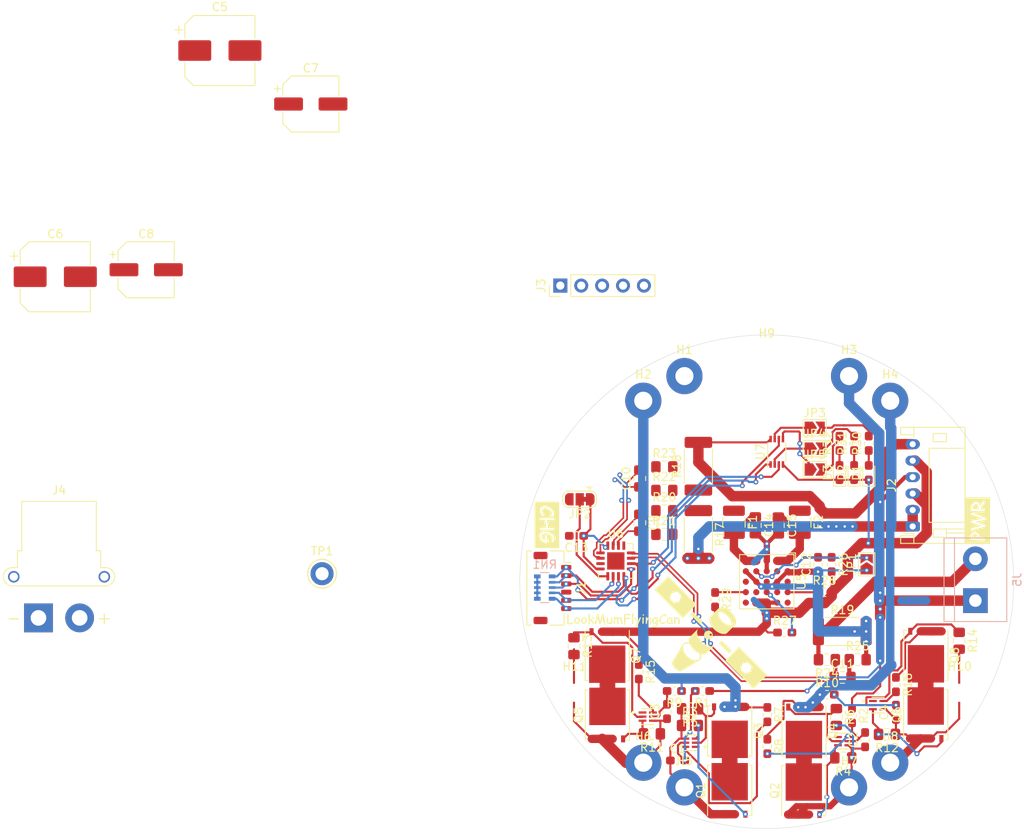
<source format=kicad_pcb>
(kicad_pcb (version 20171130) (host pcbnew "(5.1.6)-1")
  (layers (0 F.Cu signal) (31 B.Cu signal) (34 B.Paste user) (35 F.Paste user) (36 B.SilkS user) (37 F.SilkS user) (38 B.Mask user) (39 F.Mask user) (44 Edge.Cuts user))
  (net 0 "")
  (net 1 VBAT1-)
  (net 2 "Net-(C1-Pad2)")
  (net 3 "Net-(C2-Pad2)")
  (net 4 VBAT3-)
  (net 5 "Net-(C3-Pad2)")
  (net 6 VBAT2-)
  (net 7 VBAT4-)
  (net 8 "Net-(C4-Pad2)")
  (net 9 GND)
  (net 10 +5V)
  (net 11 +3V3)
  (net 12 IN1+)
  (net 13 IN1-)
  (net 14 IN2-)
  (net 15 IN2+)
  (net 16 IN3+)
  (net 17 IN3-)
  (net 18 "Net-(C12-Pad2)")
  (net 19 BAT)
  (net 20 "Net-(C14-Pad1)")
  (net 21 "Net-(C15-Pad1)")
  (net 22 "Net-(D1-Pad2)")
  (net 23 "Net-(D2-Pad2)")
  (net 24 "Net-(D3-Pad2)")
  (net 25 LTM_5V)
  (net 26 LTM_3V3)
  (net 27 +BATT)
  (net 28 VBAT1_P-)
  (net 29 PWR_VALID)
  (net 30 PWR_WARN)
  (net 31 PWR_CRITICAL)
  (net 32 SCL)
  (net 33 SDA)
  (net 34 "Net-(J5-Pad2)")
  (net 35 A0)
  (net 36 "Net-(JP3-Pad2)")
  (net 37 "Net-(JP4-Pad2)")
  (net 38 "Net-(JP5-Pad2)")
  (net 39 "Net-(Q1-Pad5)")
  (net 40 "Net-(Q1-Pad4)")
  (net 41 "Net-(Q2-Pad5)")
  (net 42 "Net-(Q2-Pad4)")
  (net 43 "Net-(Q3-Pad4)")
  (net 44 "Net-(Q4-Pad4)")
  (net 45 "Net-(Q5-Pad5)")
  (net 46 "Net-(Q5-Pad4)")
  (net 47 "Net-(Q6-Pad5)")
  (net 48 "Net-(Q6-Pad4)")
  (net 49 "Net-(Q7-Pad4)")
  (net 50 "Net-(Q8-Pad4)")
  (net 51 "Net-(R7-Pad2)")
  (net 52 "Net-(R8-Pad2)")
  (net 53 "Net-(R15-Pad2)")
  (net 54 "Net-(R16-Pad2)")
  (net 55 "Net-(R27-Pad2)")
  (net 56 "Net-(R28-Pad1)")
  (net 57 "Net-(R29-Pad1)")
  (net 58 "Net-(U5-PadE5)")
  (net 59 "Net-(U5-PadA5)")
  (net 60 "Net-(U5-PadD4)")
  (net 61 "Net-(U5-PadB4)")
  (net 62 "Net-(U5-PadE3)")
  (net 63 "Net-(U5-PadC3)")
  (net 64 "Net-(U5-PadA3)")
  (net 65 "Net-(U6-Pad13)")
  (net 66 "Net-(J3-Pad4)")
  (net 67 "Net-(J3-Pad5)")
  (net 68 "Net-(JP3-Pad1)")
  (net 69 "Net-(JP4-Pad1)")
  (net 70 "Net-(JP5-Pad1)")
  (module Connector_AMASS:AMASS_XT30PW-F_1x02_P2.50mm_Horizontal (layer F.Cu) (at 21.521 94.396)
    (fp_text reference J4 (at 2.5 -15.5) (layer F.SilkS))
    (fp_text value CHARGE)
    (fp_text user - (at -3 0) (layer F.SilkS) (effects (font (size 1.5 1.5))))
    (fp_text user + (at 8 0) (layer F.SilkS) (effects (font (size 1.5 1.5))))
    (pad 2 thru_hole circle (at 5 0) (size 3.5 3.5) (drill 1.9) (layers *.Cu *.Mask) (net 9 GND))
    (pad 1 thru_hole rect (at 0 0) (size 3.5 3.5) (drill 1.9) (layers *.Cu *.Mask) (net 27 +BATT))
    (pad "" thru_hole circle (at 8 -5) (size 1.4 1.4) (drill 1) (layers *.Cu *.Mask))
    (pad "" thru_hole circle (at -3 -5 90) (size 1.4 1.4) (drill 1) (layers *.Cu *.Mask))
  )
  (module MountingHole:MountingHole_2.2mm_M2 (layer F.Cu) (at 133.45 103.5)
    (fp_text reference H10 (at 0 -3.2) (layer F.SilkS))
    (fp_text value MountingHole)
    (pad 1 np_thru_hole circle (at 0 0) (size 2.2 2.2) (drill 2.2) (layers *.Cu *.Mask))
  )
  (module MountingHole:MountingHole_2.2mm_M2 (layer F.Cu) (at 110 63)
    (fp_text reference H9 (at 0 -3.2) (layer F.SilkS))
    (fp_text value MountingHole)
    (pad 1 np_thru_hole circle (at 0 0) (size 2.2 2.2) (drill 2.2) (layers *.Cu *.Mask))
  )
  (module lib:chg (layer F.Cu) (at 83.279 83.091 270)
    (fp_text reference G*** hide)
    (fp_text value LOGO hide)
  )
  (module lib:pwr (layer F.Cu) (at 135.6665 82.583 90)
    (fp_text reference G*** hide)
    (fp_text value LOGO hide)
  )
  (module lib:cansat_bw (layer F.Cu) (at 103.218 96.172)
    (fp_text reference G*** hide)
    (fp_text value LOGO hide)
  )
  (module lib:lookmumflyingcan_cs (layer F.Cu) (at 92.55 94.648)
    (fp_text reference G*** hide)
    (fp_text value LOGO hide)
  )
  (module Capacitor_SMD:C_0603_1608Metric_Pad1.05x0.95mm_HandSolder (layer F.Cu) (at 99.168 111.7295)
    (fp_text reference C1 (at 0 -1.43) (layer F.SilkS))
    (fp_text value 100p)
    (pad 1 smd roundrect (at -0.875 0) (size 1.05 0.95) (layers F.Cu F.Paste F.Mask) (net 1 VBAT1-))
    (pad 2 smd roundrect (at 0.875 0) (size 1.05 0.95) (layers F.Cu F.Paste F.Mask) (net 2 "Net-(C1-Pad2)"))
  )
  (module Capacitor_SMD:C_0603_1608Metric_Pad1.05x0.95mm_HandSolder (layer F.Cu) (at 121.9505 109.2035 90)
    (fp_text reference C2 (at 0 -1.43 90) (layer F.SilkS))
    (fp_text value 100p)
    (pad 2 smd roundrect (at 0.875 0 90) (size 1.05 0.95) (layers F.Cu F.Paste F.Mask) (net 3 "Net-(C2-Pad2)"))
    (pad 1 smd roundrect (at -0.875 0 90) (size 1.05 0.95) (layers F.Cu F.Paste F.Mask) (net 4 VBAT3-))
  )
  (module Capacitor_SMD:C_0603_1608Metric_Pad1.05x0.95mm_HandSolder (layer F.Cu) (at 97.884 105.7745 90)
    (fp_text reference C3 (at 0 -1.43 90) (layer F.SilkS))
    (fp_text value 100p)
    (pad 2 smd roundrect (at 0.875 0 90) (size 1.05 0.95) (layers F.Cu F.Paste F.Mask) (net 5 "Net-(C3-Pad2)"))
    (pad 1 smd roundrect (at -0.875 0 90) (size 1.05 0.95) (layers F.Cu F.Paste F.Mask) (net 6 VBAT2-))
  )
  (module Capacitor_SMD:C_0603_1608Metric_Pad1.05x0.95mm_HandSolder (layer F.Cu) (at 125.697 105.8735 90)
    (fp_text reference C4 (at 0 -1.43 90) (layer F.SilkS))
    (fp_text value 100p)
    (pad 1 smd roundrect (at -0.875 0 90) (size 1.05 0.95) (layers F.Cu F.Paste F.Mask) (net 7 VBAT4-))
    (pad 2 smd roundrect (at 0.875 0 90) (size 1.05 0.95) (layers F.Cu F.Paste F.Mask) (net 8 "Net-(C4-Pad2)"))
  )
  (module Capacitor_SMD:CP_Elec_8x6.2 (layer F.Cu) (at 43.560001 25.425001)
    (fp_text reference C5 (at 0 -5.295501) (layer F.SilkS))
    (fp_text value 270u)
    (pad 2 smd roundrect (at 3.05 0) (size 4 2.5) (layers F.Cu F.Paste F.Mask) (roundrect_rratio 0.1) (net 9 GND))
    (pad 1 smd roundrect (at -3.05 0) (size 4 2.5) (layers F.Cu F.Paste F.Mask) (roundrect_rratio 0.1) (net 10 +5V))
  )
  (module Capacitor_SMD:CP_Elec_8x6.2 (layer F.Cu) (at 23.560001 52.925001)
    (fp_text reference C6 (at 0 -5.2) (layer F.SilkS))
    (fp_text value 270u)
    (pad 1 smd roundrect (at -3.05 0) (size 4 2.5) (layers F.Cu F.Paste F.Mask) (roundrect_rratio 0.1) (net 10 +5V))
    (pad 2 smd roundrect (at 3.05 0) (size 4 2.5) (layers F.Cu F.Paste F.Mask) (roundrect_rratio 0.1) (net 9 GND))
  )
  (module Capacitor_SMD:CP_Elec_6.3x5.8 (layer F.Cu) (at 54.605001 31.925001)
    (fp_text reference C7 (at 0 -4.35) (layer F.SilkS))
    (fp_text value 150u)
    (pad 2 smd roundrect (at 2.7 0) (size 3.5 1.6) (layers F.Cu F.Paste F.Mask) (roundrect_rratio 0.15625) (net 9 GND))
    (pad 1 smd roundrect (at -2.7 0) (size 3.5 1.6) (layers F.Cu F.Paste F.Mask) (roundrect_rratio 0.15625) (net 11 +3V3))
  )
  (module Capacitor_SMD:CP_Elec_6.3x5.8 (layer F.Cu) (at 34.605001 52.075001)
    (fp_text reference C8 (at 0 -4.35) (layer F.SilkS))
    (fp_text value 150u)
    (pad 1 smd roundrect (at -2.7 0) (size 3.5 1.6) (layers F.Cu F.Paste F.Mask) (roundrect_rratio 0.15625) (net 11 +3V3))
    (pad 2 smd roundrect (at 2.7 0) (size 3.5 1.6) (layers F.Cu F.Paste F.Mask) (roundrect_rratio 0.15625) (net 9 GND))
  )
  (module Capacitor_SMD:C_0805_2012Metric_Pad1.15x1.40mm_HandSolder (layer F.Cu) (at 94.582 82.828 270)
    (fp_text reference C9 (at 0 -1.65 90) (layer F.SilkS))
    (fp_text value 500p)
    (pad 1 smd roundrect (at -1.025 0 270) (size 1.15 1.4) (layers F.Cu F.Paste F.Mask) (roundrect_rratio 0.217391) (net 15 IN2+))
    (pad 2 smd roundrect (at 1.025 0 270) (size 1.15 1.4) (layers F.Cu F.Paste F.Mask) (roundrect_rratio 0.217391) (net 14 IN2-))
  )
  (module Capacitor_SMD:C_0805_2012Metric_Pad1.15x1.40mm_HandSolder (layer F.Cu) (at 94.582 77.4485 90)
    (fp_text reference C10 (at 0 -1.65 90) (layer F.SilkS))
    (fp_text value 500p)
    (pad 2 smd roundrect (at 1.025 0 90) (size 1.15 1.4) (layers F.Cu F.Paste F.Mask) (roundrect_rratio 0.217391) (net 17 IN3-))
    (pad 1 smd roundrect (at -1.025 0 90) (size 1.15 1.4) (layers F.Cu F.Paste F.Mask) (roundrect_rratio 0.217391) (net 16 IN3+))
  )
  (module Capacitor_SMD:C_0805_2012Metric_Pad1.15x1.40mm_HandSolder (layer F.Cu) (at 119.211 101.633)
    (fp_text reference C11 (at 0 -1.65) (layer F.SilkS))
    (fp_text value 500p)
    (pad 1 smd roundrect (at -1.025 0) (size 1.15 1.4) (layers F.Cu F.Paste F.Mask) (roundrect_rratio 0.217391) (net 12 IN1+))
    (pad 2 smd roundrect (at 1.025 0) (size 1.15 1.4) (layers F.Cu F.Paste F.Mask) (roundrect_rratio 0.217391) (net 13 IN1-))
  )
  (module Capacitor_SMD:C_0603_1608Metric_Pad1.05x0.95mm_HandSolder (layer F.Cu) (at 116.2355 87.903 90)
    (fp_text reference C12 (at 0 -1.43 90) (layer F.SilkS))
    (fp_text value 10u)
    (pad 2 smd roundrect (at 0.875 0 90) (size 1.05 0.95) (layers F.Cu F.Paste F.Mask) (net 18 "Net-(C12-Pad2)"))
    (pad 1 smd roundrect (at -0.875 0 90) (size 1.05 0.95) (layers F.Cu F.Paste F.Mask) (net 19 BAT))
  )
  (module Capacitor_SMD:C_0603_1608Metric_Pad1.05x0.95mm_HandSolder (layer F.Cu) (at 86.8845 84.4245 180)
    (fp_text reference C13 (at 0 -1.43) (layer F.SilkS))
    (fp_text value 100n)
    (pad 1 smd roundrect (at -0.875 0 180) (size 1.05 0.95) (layers F.Cu F.Paste F.Mask) (net 11 +3V3))
    (pad 2 smd roundrect (at 0.875 0 180) (size 1.05 0.95) (layers F.Cu F.Paste F.Mask) (net 9 GND))
  )
  (module Capacitor_SMD:C_0805_2012Metric_Pad1.15x1.40mm_HandSolder (layer F.Cu) (at 108.6155 83.1455 270)
    (fp_text reference C14 (at 0 -1.65 90) (layer F.SilkS))
    (fp_text value 10u)
    (pad 2 smd roundrect (at 1.025 0 270) (size 1.15 1.4) (layers F.Cu F.Paste F.Mask) (roundrect_rratio 0.217391) (net 9 GND))
    (pad 1 smd roundrect (at -1.025 0 270) (size 1.15 1.4) (layers F.Cu F.Paste F.Mask) (roundrect_rratio 0.217391) (net 20 "Net-(C14-Pad1)"))
  )
  (module Capacitor_SMD:C_0805_2012Metric_Pad1.15x1.40mm_HandSolder (layer F.Cu) (at 111.4095 83.1635 270)
    (fp_text reference C15 (at 0 -1.65 90) (layer F.SilkS))
    (fp_text value 10u)
    (pad 1 smd roundrect (at -1.025 0 270) (size 1.15 1.4) (layers F.Cu F.Paste F.Mask) (roundrect_rratio 0.217391) (net 21 "Net-(C15-Pad1)"))
    (pad 2 smd roundrect (at 1.025 0 270) (size 1.15 1.4) (layers F.Cu F.Paste F.Mask) (roundrect_rratio 0.217391) (net 9 GND))
  )
  (module LED_SMD:LED_0603_1608Metric_Pad1.05x0.95mm_HandSolder (layer F.Cu) (at 122.395 76.741 90)
    (fp_text reference D1 (at 0 -1.43 90) (layer F.SilkS))
    (fp_text value DIGITAL_CRITICAL)
    (pad 2 smd roundrect (at 0.875 0 90) (size 1.05 0.95) (layers F.Cu F.Paste F.Mask) (net 22 "Net-(D1-Pad2)"))
    (pad 1 smd roundrect (at -0.875 0 90) (size 1.05 0.95) (layers F.Cu F.Paste F.Mask) (net 9 GND))
  )
  (module LED_SMD:LED_0603_1608Metric_Pad1.05x0.95mm_HandSolder (layer F.Cu) (at 120.617 76.727 90)
    (fp_text reference D2 (at 0 -1.43 90) (layer F.SilkS))
    (fp_text value DIGITAL_WARNING)
    (pad 1 smd roundrect (at -0.875 0 90) (size 1.05 0.95) (layers F.Cu F.Paste F.Mask) (net 9 GND))
    (pad 2 smd roundrect (at 0.875 0 90) (size 1.05 0.95) (layers F.Cu F.Paste F.Mask) (net 23 "Net-(D2-Pad2)"))
  )
  (module LED_SMD:LED_0603_1608Metric_Pad1.05x0.95mm_HandSolder (layer F.Cu) (at 118.839 76.727 90)
    (fp_text reference D3 (at 0 -1.43 90) (layer F.SilkS))
    (fp_text value DIGITAL_PV)
    (pad 1 smd roundrect (at -0.875 0 90) (size 1.05 0.95) (layers F.Cu F.Paste F.Mask) (net 9 GND))
    (pad 2 smd roundrect (at 0.875 0 90) (size 1.05 0.95) (layers F.Cu F.Paste F.Mask) (net 24 "Net-(D3-Pad2)"))
  )
  (module Fuse:Fuse_1210_3225Metric (layer F.Cu) (at 106.012 82.7705 270)
    (fp_text reference F1 (at 0 -2.28 90) (layer F.SilkS))
    (fp_text value 1210L150/16WR)
    (pad 1 smd roundrect (at -1.4 0 270) (size 1.25 2.65) (layers F.Cu F.Paste F.Mask) (roundrect_rratio 0.2) (net 25 LTM_5V))
    (pad 2 smd roundrect (at 1.4 0 270) (size 1.25 2.65) (layers F.Cu F.Paste F.Mask) (roundrect_rratio 0.2) (net 20 "Net-(C14-Pad1)"))
  )
  (module Fuse:Fuse_1210_3225Metric (layer F.Cu) (at 114.013 82.7705 270)
    (fp_text reference F2 (at 0 -2.28 90) (layer F.SilkS))
    (fp_text value 1210L150/16WR)
    (pad 2 smd roundrect (at 1.4 0 270) (size 1.25 2.65) (layers F.Cu F.Paste F.Mask) (roundrect_rratio 0.2) (net 21 "Net-(C15-Pad1)"))
    (pad 1 smd roundrect (at -1.4 0 270) (size 1.25 2.65) (layers F.Cu F.Paste F.Mask) (roundrect_rratio 0.2) (net 26 LTM_3V3))
  )
  (module MountingHole:MountingHole_2.2mm_M2_Pad (layer F.Cu) (at 100 65)
    (fp_text reference H1 (at 0 -3.2) (layer F.SilkS))
    (fp_text value VBAT1+)
    (pad 1 thru_hole circle (at 0 0) (size 4.4 4.4) (drill 2.2) (layers *.Cu *.Mask) (net 27 +BATT))
  )
  (module MountingHole:MountingHole_2.2mm_M2_Pad (layer F.Cu) (at 95 68)
    (fp_text reference H2 (at 0 -3.2) (layer F.SilkS))
    (fp_text value VBAT2+)
    (pad 1 thru_hole circle (at 0 0) (size 4.4 4.4) (drill 2.2) (layers *.Cu *.Mask) (net 28 VBAT1_P-))
  )
  (module MountingHole:MountingHole_2.2mm_M2_Pad (layer F.Cu) (at 120 65)
    (fp_text reference H3 (at 0 -3.2) (layer F.SilkS))
    (fp_text value VBAT3+)
    (pad 1 thru_hole circle (at 0 0) (size 4.4 4.4) (drill 2.2) (layers *.Cu *.Mask) (net 27 +BATT))
  )
  (module MountingHole:MountingHole_2.2mm_M2_Pad (layer F.Cu) (at 125 68)
    (fp_text reference H4 (at 0 -3.2) (layer F.SilkS))
    (fp_text value VBAT4+)
    (pad 1 thru_hole circle (at 0 0) (size 4.4 4.4) (drill 2.2) (layers *.Cu *.Mask) (net 28 VBAT1_P-))
  )
  (module MountingHole:MountingHole_2.2mm_M2_Pad (layer F.Cu) (at 100 115)
    (fp_text reference H5 (at 0 -3.2) (layer F.SilkS))
    (fp_text value VBAT1-)
    (pad 1 thru_hole circle (at 0 0) (size 4.4 4.4) (drill 2.2) (layers *.Cu *.Mask) (net 1 VBAT1-))
  )
  (module MountingHole:MountingHole_2.2mm_M2_Pad (layer F.Cu) (at 95 112)
    (fp_text reference H6 (at 0 -3.2) (layer F.SilkS))
    (fp_text value VBAT2-)
    (pad 1 thru_hole circle (at 0 0) (size 4.4 4.4) (drill 2.2) (layers *.Cu *.Mask) (net 6 VBAT2-))
  )
  (module MountingHole:MountingHole_2.2mm_M2_Pad (layer F.Cu) (at 120 115)
    (fp_text reference H7 (at 0 -3.2) (layer F.SilkS))
    (fp_text value VBAT3-)
    (pad 1 thru_hole circle (at 0 0) (size 4.4 4.4) (drill 2.2) (layers *.Cu *.Mask) (net 4 VBAT3-))
  )
  (module MountingHole:MountingHole_2.2mm_M2_Pad (layer F.Cu) (at 125 112)
    (fp_text reference H8 (at 0 -3.2) (layer F.SilkS))
    (fp_text value VBAT4-)
    (pad 1 thru_hole circle (at 0 0) (size 4.4 4.4) (drill 2.2) (layers *.Cu *.Mask) (net 7 VBAT4-))
  )
  (module Connector_JST:JST_SHL_SM06B-SHLS-TF_1x06-1MP_P1.00mm_Horizontal (layer F.Cu) (at 83.967 90.7615 270)
    (fp_text reference J1 (at 0 -3.5 90) (layer F.SilkS))
    (fp_text value PSU_CTRL)
    (pad 1 smd roundrect (at -2.5 -1.675 270) (size 0.6 1.25) (layers F.Cu F.Paste F.Mask) (net 29 PWR_VALID))
    (pad 2 smd roundrect (at -1.5 -1.675 270) (size 0.6 1.25) (layers F.Cu F.Paste F.Mask) (net 30 PWR_WARN))
    (pad 3 smd roundrect (at -0.5 -1.675 270) (size 0.6 1.25) (layers F.Cu F.Paste F.Mask) (net 31 PWR_CRITICAL))
    (pad 4 smd roundrect (at 0.5 -1.675 270) (size 0.6 1.25) (layers F.Cu F.Paste F.Mask) (net 9 GND))
    (pad 5 smd roundrect (at 1.5 -1.675 270) (size 0.6 1.25) (layers F.Cu F.Paste F.Mask) (net 32 SCL))
    (pad 6 smd roundrect (at 2.5 -1.675 270) (size 0.6 1.25) (layers F.Cu F.Paste F.Mask) (net 33 SDA))
    (pad MP smd roundrect (at -3.95 1.45 270) (size 0.9 1.7) (layers F.Cu F.Paste F.Mask))
    (pad MP smd roundrect (at 3.95 1.45 270) (size 0.9 1.7) (layers F.Cu F.Paste F.Mask))
  )
  (module Connector_JST:JST_PH_S6B-PH-K_1x06_P2.00mm_Horizontal (layer F.Cu) (at 127.729 83.2815 90)
    (fp_text reference J2 (at 5 -2.55 90) (layer F.SilkS))
    (fp_text value Conn_01x06_Male)
    (pad 1 thru_hole roundrect (at 0 0 90) (size 1.2 1.75) (drill 0.75) (layers *.Cu *.Mask) (roundrect_rratio 0.208333) (net 10 +5V))
    (pad 2 thru_hole oval (at 2 0 90) (size 1.2 1.75) (drill 0.75) (layers *.Cu *.Mask) (net 10 +5V))
    (pad 3 thru_hole oval (at 4 0 90) (size 1.2 1.75) (drill 0.75) (layers *.Cu *.Mask) (net 9 GND))
    (pad 4 thru_hole oval (at 6 0 90) (size 1.2 1.75) (drill 0.75) (layers *.Cu *.Mask) (net 27 +BATT))
    (pad 5 thru_hole oval (at 8 0 90) (size 1.2 1.75) (drill 0.75) (layers *.Cu *.Mask) (net 9 GND))
    (pad 6 thru_hole oval (at 10 0 90) (size 1.2 1.75) (drill 0.75) (layers *.Cu *.Mask) (net 11 +3V3))
  )
  (module Connector_PinHeader_2.54mm:PinHeader_1x05_P2.54mm_Vertical (layer F.Cu) (at 84.92 54 90)
    (fp_text reference J3 (at 0 -2.33 90) (layer F.SilkS))
    (fp_text value BALANCE)
    (pad 1 thru_hole rect (at 0 0 90) (size 1.7 1.7) (drill 1) (layers *.Cu *.Mask) (net 9 GND))
    (pad 2 thru_hole oval (at 0 2.54 90) (size 1.7 1.7) (drill 1) (layers *.Cu *.Mask) (net 28 VBAT1_P-))
    (pad 3 thru_hole oval (at 0 5.08 90) (size 1.7 1.7) (drill 1) (layers *.Cu *.Mask) (net 27 +BATT))
    (pad 4 thru_hole oval (at 0 7.62 90) (size 1.7 1.7) (drill 1) (layers *.Cu *.Mask) (net 66 "Net-(J3-Pad4)"))
    (pad 5 thru_hole oval (at 0 10.16 90) (size 1.7 1.7) (drill 1) (layers *.Cu *.Mask) (net 67 "Net-(J3-Pad5)"))
  )
  (module TerminalBlock:TerminalBlock_bornier-2_P5.08mm (layer B.Cu) (at 135.349 92.2985 90)
    (fp_text reference J5 (at 2.54 5.08 -90) (layer B.SilkS) (effects (justify mirror)))
    (fp_text value PWR)
    (pad 1 thru_hole rect (at 0 0 90) (size 3 3) (drill 1.52) (layers *.Cu *.Mask) (net 27 +BATT))
    (pad 2 thru_hole circle (at 5.08 0 90) (size 3 3) (drill 1.52) (layers *.Cu *.Mask) (net 34 "Net-(J5-Pad2)"))
  )
  (module Jumper:SolderJumper-2_P1.3mm_Open_TrianglePad1.0x1.5mm (layer F.Cu) (at 122.141 87.88 90)
    (fp_text reference JP1 (at 0 -1.8 90) (layer F.SilkS))
    (fp_text value 0)
    (pad 1 smd custom (at -0.725 0 90) (size 0.3 0.3) (layers F.Cu F.Mask) (net 19 BAT) (options (clearance outline) (anchor rect)) (primitives (gr_poly (pts (xy -0.5 -0.75) (xy 0.5 -0.75) (xy 1 0) (xy 0.5 0.75) (xy -0.5 0.75)) (width 0))))
    (pad 2 smd custom (at 0.725 0 90) (size 0.3 0.3) (layers F.Cu F.Mask) (net 18 "Net-(C12-Pad2)") (options (clearance outline) (anchor rect)) (primitives (gr_poly (pts (xy -0.65 -0.75) (xy 0.5 -0.75) (xy 0.5 0.75) (xy -0.65 0.75) (xy -0.15 0)) (width 0))))
  )
  (module Jumper:SolderJumper-3_P1.3mm_Bridged12_RoundedPad1.0x1.5mm (layer F.Cu) (at 87.2795 79.9795 180)
    (fp_text reference JP2 (at 0 -1.8) (layer F.SilkS))
    (fp_text value A0)
    (fp_poly (pts (xy -0.9 -0.3) (xy -0.4 -0.3) (xy -0.4 0.3) (xy -0.9 0.3)) (layer F.Cu) (width 0))
    (pad 3 smd custom (at 1.3 0 180) (size 1 0.5) (layers F.Cu F.Mask) (net 9 GND) (options (clearance outline) (anchor rect)) (primitives (gr_circle (center 0 0.25) (end 0.5 0.25) (width 0)) (gr_circle (center 0 -0.25) (end 0.5 -0.25) (width 0)) (gr_poly (pts (xy -0.55 -0.75) (xy 0 -0.75) (xy 0 0.75) (xy -0.55 0.75)) (width 0))))
    (pad 2 smd rect (at 0 0 180) (size 1 1.5) (layers F.Cu F.Mask) (net 35 A0))
    (pad 1 smd custom (at -1.3 0 180) (size 1 0.5) (layers F.Cu F.Mask) (net 11 +3V3) (options (clearance outline) (anchor rect)) (primitives (gr_circle (center 0 0.25) (end 0.5 0.25) (width 0)) (gr_circle (center 0 -0.25) (end 0.5 -0.25) (width 0)) (gr_poly (pts (xy 0.55 -0.75) (xy 0 -0.75) (xy 0 0.75) (xy 0.55 0.75)) (width 0))))
  )
  (module Jumper:SolderJumper-2_P1.3mm_Open_TrianglePad1.0x1.5mm (layer F.Cu) (at 115.828 71.28)
    (fp_text reference JP3 (at 0 -1.8) (layer F.SilkS))
    (fp_text value SolderJumper_2_Open)
    (pad 2 smd custom (at 0.725 0) (size 0.3 0.3) (layers F.Cu F.Mask) (net 36 "Net-(JP3-Pad2)") (options (clearance outline) (anchor rect)) (primitives (gr_poly (pts (xy -0.65 -0.75) (xy 0.5 -0.75) (xy 0.5 0.75) (xy -0.65 0.75) (xy -0.15 0)) (width 0))))
    (pad 1 smd custom (at -0.725 0) (size 0.3 0.3) (layers F.Cu F.Mask) (net 68 "Net-(JP3-Pad1)") (options (clearance outline) (anchor rect)) (primitives (gr_poly (pts (xy -0.5 -0.75) (xy 0.5 -0.75) (xy 1 0) (xy 0.5 0.75) (xy -0.5 0.75)) (width 0))))
  )
  (module Jumper:SolderJumper-2_P1.3mm_Open_TrianglePad1.0x1.5mm (layer F.Cu) (at 115.828 73.82)
    (fp_text reference JP4 (at 0 -1.8) (layer F.SilkS))
    (fp_text value SolderJumper_2_Open)
    (pad 1 smd custom (at -0.725 0) (size 0.3 0.3) (layers F.Cu F.Mask) (net 69 "Net-(JP4-Pad1)") (options (clearance outline) (anchor rect)) (primitives (gr_poly (pts (xy -0.5 -0.75) (xy 0.5 -0.75) (xy 1 0) (xy 0.5 0.75) (xy -0.5 0.75)) (width 0))))
    (pad 2 smd custom (at 0.725 0) (size 0.3 0.3) (layers F.Cu F.Mask) (net 37 "Net-(JP4-Pad2)") (options (clearance outline) (anchor rect)) (primitives (gr_poly (pts (xy -0.65 -0.75) (xy 0.5 -0.75) (xy 0.5 0.75) (xy -0.65 0.75) (xy -0.15 0)) (width 0))))
  )
  (module Jumper:SolderJumper-2_P1.3mm_Open_TrianglePad1.0x1.5mm (layer F.Cu) (at 115.828 76.36)
    (fp_text reference JP5 (at 0 -1.8) (layer F.SilkS))
    (fp_text value SolderJumper_2_Open)
    (pad 2 smd custom (at 0.725 0) (size 0.3 0.3) (layers F.Cu F.Mask) (net 38 "Net-(JP5-Pad2)") (options (clearance outline) (anchor rect)) (primitives (gr_poly (pts (xy -0.65 -0.75) (xy 0.5 -0.75) (xy 0.5 0.75) (xy -0.65 0.75) (xy -0.15 0)) (width 0))))
    (pad 1 smd custom (at -0.725 0) (size 0.3 0.3) (layers F.Cu F.Mask) (net 70 "Net-(JP5-Pad1)") (options (clearance outline) (anchor rect)) (primitives (gr_poly (pts (xy -0.5 -0.75) (xy 0.5 -0.75) (xy 1 0) (xy 0.5 0.75) (xy -0.5 0.75)) (width 0))))
  )
  (module Package_TO_SOT_SMD:TDSON-8-1 (layer F.Cu) (at 105.5 115.364 90)
    (fp_text reference Q1 (at 0 -3.5 90) (layer F.SilkS))
    (fp_text value CSD16403Q5A)
    (pad 5 smd rect (at 1.05 0 90) (size 4.55 4.41) (layers F.Cu) (net 39 "Net-(Q1-Pad5)"))
    (pad 4 smd rect (at -2.9 1.905 90) (size 0.85 0.5) (layers F.Cu F.Paste F.Mask) (net 40 "Net-(Q1-Pad4)"))
    (pad 3 smd rect (at -2.9 0.635 90) (size 0.85 0.5) (layers F.Cu F.Paste F.Mask) (net 1 VBAT1-))
    (pad 2 smd rect (at -2.9 -0.635 90) (size 0.85 0.5) (layers F.Cu F.Paste F.Mask) (net 1 VBAT1-))
    (pad 1 smd rect (at -2.9 -1.905 90) (size 0.85 0.5) (layers F.Cu F.Paste F.Mask) (net 1 VBAT1-))
  )
  (module Package_TO_SOT_SMD:TDSON-8-1 (layer F.Cu) (at 114.5 115.4 90)
    (fp_text reference Q2 (at 0 -3.5 90) (layer F.SilkS))
    (fp_text value CSD16403Q5A)
    (pad 5 smd rect (at 1.05 0 90) (size 4.55 4.41) (layers F.Cu) (net 41 "Net-(Q2-Pad5)"))
    (pad 4 smd rect (at -2.9 1.905 90) (size 0.85 0.5) (layers F.Cu F.Paste F.Mask) (net 42 "Net-(Q2-Pad4)"))
    (pad 3 smd rect (at -2.9 0.635 90) (size 0.85 0.5) (layers F.Cu F.Paste F.Mask) (net 4 VBAT3-))
    (pad 2 smd rect (at -2.9 -0.635 90) (size 0.85 0.5) (layers F.Cu F.Paste F.Mask) (net 4 VBAT3-))
    (pad 1 smd rect (at -2.9 -1.905 90) (size 0.85 0.5) (layers F.Cu F.Paste F.Mask) (net 4 VBAT3-))
  )
  (module Package_TO_SOT_SMD:TDSON-8-1 (layer F.Cu) (at 105.504 108.11 270)
    (fp_text reference Q3 (at 0 -3.5 90) (layer F.SilkS))
    (fp_text value CSD16403Q5A)
    (pad 1 smd rect (at -2.9 -1.905 270) (size 0.85 0.5) (layers F.Cu F.Paste F.Mask) (net 28 VBAT1_P-))
    (pad 2 smd rect (at -2.9 -0.635 270) (size 0.85 0.5) (layers F.Cu F.Paste F.Mask) (net 28 VBAT1_P-))
    (pad 3 smd rect (at -2.9 0.635 270) (size 0.85 0.5) (layers F.Cu F.Paste F.Mask) (net 28 VBAT1_P-))
    (pad 4 smd rect (at -2.9 1.905 270) (size 0.85 0.5) (layers F.Cu F.Paste F.Mask) (net 43 "Net-(Q3-Pad4)"))
    (pad 5 smd rect (at 1.05 0 270) (size 4.55 4.41) (layers F.Cu) (net 39 "Net-(Q1-Pad5)"))
  )
  (module Package_TO_SOT_SMD:TDSON-8-1 (layer F.Cu) (at 114.521 108.1395 270)
    (fp_text reference Q4 (at 0 -3.5 90) (layer F.SilkS))
    (fp_text value CSD16403Q5A)
    (pad 1 smd rect (at -2.9 -1.905 270) (size 0.85 0.5) (layers F.Cu F.Paste F.Mask) (net 28 VBAT1_P-))
    (pad 2 smd rect (at -2.9 -0.635 270) (size 0.85 0.5) (layers F.Cu F.Paste F.Mask) (net 28 VBAT1_P-))
    (pad 3 smd rect (at -2.9 0.635 270) (size 0.85 0.5) (layers F.Cu F.Paste F.Mask) (net 28 VBAT1_P-))
    (pad 4 smd rect (at -2.9 1.905 270) (size 0.85 0.5) (layers F.Cu F.Paste F.Mask) (net 44 "Net-(Q4-Pad4)"))
    (pad 5 smd rect (at 1.05 0 270) (size 4.55 4.41) (layers F.Cu) (net 41 "Net-(Q2-Pad5)"))
  )
  (module Package_TO_SOT_SMD:TDSON-8-1 (layer F.Cu) (at 90.645 106.205 90)
    (fp_text reference Q5 (at 0 -3.5 90) (layer F.SilkS))
    (fp_text value CSD16403Q5A)
    (pad 5 smd rect (at 1.05 0 90) (size 4.55 4.41) (layers F.Cu) (net 45 "Net-(Q5-Pad5)"))
    (pad 4 smd rect (at -2.9 1.905 90) (size 0.85 0.5) (layers F.Cu F.Paste F.Mask) (net 46 "Net-(Q5-Pad4)"))
    (pad 3 smd rect (at -2.9 0.635 90) (size 0.85 0.5) (layers F.Cu F.Paste F.Mask) (net 6 VBAT2-))
    (pad 2 smd rect (at -2.9 -0.635 90) (size 0.85 0.5) (layers F.Cu F.Paste F.Mask) (net 6 VBAT2-))
    (pad 1 smd rect (at -2.9 -1.905 90) (size 0.85 0.5) (layers F.Cu F.Paste F.Mask) (net 6 VBAT2-))
  )
  (module Package_TO_SOT_SMD:TDSON-8-1 (layer F.Cu) (at 129.3165 106.1565 90)
    (fp_text reference Q6 (at 0 -3.5 90) (layer F.SilkS))
    (fp_text value CSD16403Q5A)
    (pad 5 smd rect (at 1.05 0 90) (size 4.55 4.41) (layers F.Cu) (net 47 "Net-(Q6-Pad5)"))
    (pad 4 smd rect (at -2.9 1.905 90) (size 0.85 0.5) (layers F.Cu F.Paste F.Mask) (net 48 "Net-(Q6-Pad4)"))
    (pad 3 smd rect (at -2.9 0.635 90) (size 0.85 0.5) (layers F.Cu F.Paste F.Mask) (net 7 VBAT4-))
    (pad 2 smd rect (at -2.9 -0.635 90) (size 0.85 0.5) (layers F.Cu F.Paste F.Mask) (net 7 VBAT4-))
    (pad 1 smd rect (at -2.9 -1.905 90) (size 0.85 0.5) (layers F.Cu F.Paste F.Mask) (net 7 VBAT4-))
  )
  (module Package_TO_SOT_SMD:TDSON-8-1 (layer F.Cu) (at 90.6205 98.9755 270)
    (fp_text reference Q7 (at 0 -3.5 90) (layer F.SilkS))
    (fp_text value CSD16403Q5A)
    (pad 1 smd rect (at -2.9 -1.905 270) (size 0.85 0.5) (layers F.Cu F.Paste F.Mask) (net 9 GND))
    (pad 2 smd rect (at -2.9 -0.635 270) (size 0.85 0.5) (layers F.Cu F.Paste F.Mask) (net 9 GND))
    (pad 3 smd rect (at -2.9 0.635 270) (size 0.85 0.5) (layers F.Cu F.Paste F.Mask) (net 9 GND))
    (pad 4 smd rect (at -2.9 1.905 270) (size 0.85 0.5) (layers F.Cu F.Paste F.Mask) (net 49 "Net-(Q7-Pad4)"))
    (pad 5 smd rect (at 1.05 0 270) (size 4.55 4.41) (layers F.Cu) (net 45 "Net-(Q5-Pad5)"))
  )
  (module Package_TO_SOT_SMD:TDSON-8-1 (layer F.Cu) (at 129.341 98.9265 270)
    (fp_text reference Q8 (at 0 -3.5 90) (layer F.SilkS))
    (fp_text value CSD16403Q5A)
    (pad 1 smd rect (at -2.9 -1.905 270) (size 0.85 0.5) (layers F.Cu F.Paste F.Mask) (net 9 GND))
    (pad 2 smd rect (at -2.9 -0.635 270) (size 0.85 0.5) (layers F.Cu F.Paste F.Mask) (net 9 GND))
    (pad 3 smd rect (at -2.9 0.635 270) (size 0.85 0.5) (layers F.Cu F.Paste F.Mask) (net 9 GND))
    (pad 4 smd rect (at -2.9 1.905 270) (size 0.85 0.5) (layers F.Cu F.Paste F.Mask) (net 50 "Net-(Q8-Pad4)"))
    (pad 5 smd rect (at 1.05 0 270) (size 4.55 4.41) (layers F.Cu) (net 47 "Net-(Q6-Pad5)"))
  )
  (module Resistor_SMD:R_0603_1608Metric_Pad1.05x0.95mm_HandSolder (layer F.Cu) (at 102.188 103.284 180)
    (fp_text reference R1 (at 0 -1.43) (layer F.SilkS))
    (fp_text value 330)
    (pad 2 smd roundrect (at 0.875 0 180) (size 1.05 0.95) (layers F.Cu F.Paste F.Mask) (net 2 "Net-(C1-Pad2)"))
    (pad 1 smd roundrect (at -0.875 0 180) (size 1.05 0.95) (layers F.Cu F.Paste F.Mask) (net 27 +BATT))
  )
  (module Resistor_SMD:R_0603_1608Metric_Pad1.05x0.95mm_HandSolder (layer F.Cu) (at 120.363 106.2825 270)
    (fp_text reference R2 (at 0 -1.43 90) (layer F.SilkS))
    (fp_text value 330)
    (pad 2 smd roundrect (at 0.875 0 270) (size 1.05 0.95) (layers F.Cu F.Paste F.Mask) (net 3 "Net-(C2-Pad2)"))
    (pad 1 smd roundrect (at -0.875 0 270) (size 1.05 0.95) (layers F.Cu F.Paste F.Mask) (net 27 +BATT))
  )
  (module Resistor_SMD:R_0805_2012Metric_Pad1.15x1.40mm_HandSolder (layer F.Cu) (at 100.669 107.475)
    (fp_text reference R3 (at 0 -1.65) (layer F.SilkS))
    (fp_text value 5M)
    (pad 2 smd roundrect (at 1.025 0) (size 1.15 1.4) (layers F.Cu F.Paste F.Mask) (roundrect_rratio 0.217391) (net 40 "Net-(Q1-Pad4)"))
    (pad 1 smd roundrect (at -1.025 0) (size 1.15 1.4) (layers F.Cu F.Paste F.Mask) (roundrect_rratio 0.217391) (net 1 VBAT1-))
  )
  (module Resistor_SMD:R_0805_2012Metric_Pad1.15x1.40mm_HandSolder (layer F.Cu) (at 119.2925 111.412 180)
    (fp_text reference R4 (at 0 -1.65) (layer F.SilkS))
    (fp_text value 5M)
    (pad 2 smd roundrect (at 1.025 0 180) (size 1.15 1.4) (layers F.Cu F.Paste F.Mask) (roundrect_rratio 0.217391) (net 42 "Net-(Q2-Pad4)"))
    (pad 1 smd roundrect (at -1.025 0 180) (size 1.15 1.4) (layers F.Cu F.Paste F.Mask) (roundrect_rratio 0.217391) (net 4 VBAT3-))
  )
  (module Resistor_SMD:R_0805_2012Metric_Pad1.15x1.40mm_HandSolder (layer F.Cu) (at 100.687 105.443 180)
    (fp_text reference R5 (at 0 -1.65) (layer F.SilkS))
    (fp_text value 5M)
    (pad 2 smd roundrect (at 1.025 0 180) (size 1.15 1.4) (layers F.Cu F.Paste F.Mask) (roundrect_rratio 0.217391) (net 1 VBAT1-))
    (pad 1 smd roundrect (at -1.025 0 180) (size 1.15 1.4) (layers F.Cu F.Paste F.Mask) (roundrect_rratio 0.217391) (net 43 "Net-(Q3-Pad4)"))
  )
  (module Resistor_SMD:R_0805_2012Metric_Pad1.15x1.40mm_HandSolder (layer F.Cu) (at 118.458 106.45 270)
    (fp_text reference R6 (at 0 -1.65 90) (layer F.SilkS))
    (fp_text value 5M)
    (pad 1 smd roundrect (at -1.025 0 270) (size 1.15 1.4) (layers F.Cu F.Paste F.Mask) (roundrect_rratio 0.217391) (net 44 "Net-(Q4-Pad4)"))
    (pad 2 smd roundrect (at 1.025 0 270) (size 1.15 1.4) (layers F.Cu F.Paste F.Mask) (roundrect_rratio 0.217391) (net 4 VBAT3-))
  )
  (module Resistor_SMD:R_0603_1608Metric_Pad1.05x0.95mm_HandSolder (layer F.Cu) (at 110.076 106.1555 270)
    (fp_text reference R7 (at 0 -1.43 90) (layer F.SilkS))
    (fp_text value 2k2)
    (pad 1 smd roundrect (at -0.875 0 270) (size 1.05 0.95) (layers F.Cu F.Paste F.Mask) (net 28 VBAT1_P-))
    (pad 2 smd roundrect (at 0.875 0 270) (size 1.05 0.95) (layers F.Cu F.Paste F.Mask) (net 51 "Net-(R7-Pad2)"))
  )
  (module Resistor_SMD:R_0603_1608Metric_Pad1.05x0.95mm_HandSolder (layer F.Cu) (at 110.076 110.029 270)
    (fp_text reference R8 (at 0 -1.43 90) (layer F.SilkS))
    (fp_text value 2k2)
    (pad 1 smd roundrect (at -0.875 0 270) (size 1.05 0.95) (layers F.Cu F.Paste F.Mask) (net 28 VBAT1_P-))
    (pad 2 smd roundrect (at 0.875 0 270) (size 1.05 0.95) (layers F.Cu F.Paste F.Mask) (net 52 "Net-(R8-Pad2)"))
  )
  (module Resistor_SMD:R_0603_1608Metric_Pad1.05x0.95mm_HandSolder (layer F.Cu) (at 98.773 103.284 180)
    (fp_text reference R9 (at 0 -1.43) (layer F.SilkS))
    (fp_text value 330)
    (pad 2 smd roundrect (at 0.875 0 180) (size 1.05 0.95) (layers F.Cu F.Paste F.Mask) (net 5 "Net-(C3-Pad2)"))
    (pad 1 smd roundrect (at -0.875 0 180) (size 1.05 0.95) (layers F.Cu F.Paste F.Mask) (net 28 VBAT1_P-))
  )
  (module Resistor_SMD:R_0603_1608Metric_Pad1.05x0.95mm_HandSolder (layer F.Cu) (at 117.329 103.7285)
    (fp_text reference R10 (at 0 -1.43) (layer F.SilkS))
    (fp_text value 330)
    (pad 1 smd roundrect (at -0.875 0) (size 1.05 0.95) (layers F.Cu F.Paste F.Mask) (net 28 VBAT1_P-))
    (pad 2 smd roundrect (at 0.875 0) (size 1.05 0.95) (layers F.Cu F.Paste F.Mask) (net 8 "Net-(C4-Pad2)"))
  )
  (module Resistor_SMD:R_0805_2012Metric_Pad1.15x1.40mm_HandSolder (layer F.Cu) (at 96.0515 108.491 180)
    (fp_text reference R11 (at 0 -1.65) (layer F.SilkS))
    (fp_text value 5M)
    (pad 2 smd roundrect (at 1.025 0 180) (size 1.15 1.4) (layers F.Cu F.Paste F.Mask) (roundrect_rratio 0.217391) (net 46 "Net-(Q5-Pad4)"))
    (pad 1 smd roundrect (at -1.025 0 180) (size 1.15 1.4) (layers F.Cu F.Paste F.Mask) (roundrect_rratio 0.217391) (net 6 VBAT2-))
  )
  (module Resistor_SMD:R_0805_2012Metric_Pad1.15x1.40mm_HandSolder (layer F.Cu) (at 124.6085 108.5545 180)
    (fp_text reference R12 (at 0 -1.65) (layer F.SilkS))
    (fp_text value 5M)
    (pad 1 smd roundrect (at -1.025 0 180) (size 1.15 1.4) (layers F.Cu F.Paste F.Mask) (roundrect_rratio 0.217391) (net 7 VBAT4-))
    (pad 2 smd roundrect (at 1.025 0 180) (size 1.15 1.4) (layers F.Cu F.Paste F.Mask) (roundrect_rratio 0.217391) (net 48 "Net-(Q6-Pad4)"))
  )
  (module Resistor_SMD:R_0805_2012Metric_Pad1.15x1.40mm_HandSolder (layer F.Cu) (at 86.581 97.832 270)
    (fp_text reference R13 (at 0 -1.65 90) (layer F.SilkS))
    (fp_text value 5M)
    (pad 1 smd roundrect (at -1.025 0 270) (size 1.15 1.4) (layers F.Cu F.Paste F.Mask) (roundrect_rratio 0.217391) (net 49 "Net-(Q7-Pad4)"))
    (pad 2 smd roundrect (at 1.025 0 270) (size 1.15 1.4) (layers F.Cu F.Paste F.Mask) (roundrect_rratio 0.217391) (net 6 VBAT2-))
  )
  (module Resistor_SMD:R_0805_2012Metric_Pad1.15x1.40mm_HandSolder (layer F.Cu) (at 133.3805 97.179 270)
    (fp_text reference R14 (at 0 -1.65 90) (layer F.SilkS))
    (fp_text value 5M)
    (pad 2 smd roundrect (at 1.025 0 270) (size 1.15 1.4) (layers F.Cu F.Paste F.Mask) (roundrect_rratio 0.217391) (net 7 VBAT4-))
    (pad 1 smd roundrect (at -1.025 0 270) (size 1.15 1.4) (layers F.Cu F.Paste F.Mask) (roundrect_rratio 0.217391) (net 50 "Net-(Q8-Pad4)"))
  )
  (module Resistor_SMD:R_0603_1608Metric_Pad1.05x0.95mm_HandSolder (layer F.Cu) (at 94.455 100.9485 270)
    (fp_text reference R15 (at 0 -1.43 90) (layer F.SilkS))
    (fp_text value 2k2)
    (pad 1 smd roundrect (at -0.875 0 270) (size 1.05 0.95) (layers F.Cu F.Paste F.Mask) (net 9 GND))
    (pad 2 smd roundrect (at 0.875 0 270) (size 1.05 0.95) (layers F.Cu F.Paste F.Mask) (net 53 "Net-(R15-Pad2)"))
  )
  (module Resistor_SMD:R_0603_1608Metric_Pad1.05x0.95mm_HandSolder (layer F.Cu) (at 125.697 102.508 270)
    (fp_text reference R16 (at 0 -1.43 90) (layer F.SilkS))
    (fp_text value 2k2)
    (pad 1 smd roundrect (at -0.875 0 270) (size 1.05 0.95) (layers F.Cu F.Paste F.Mask) (net 9 GND))
    (pad 2 smd roundrect (at 0.875 0 270) (size 1.05 0.95) (layers F.Cu F.Paste F.Mask) (net 54 "Net-(R16-Pad2)"))
  )
  (module Resistor_SMD:R_2512_6332Metric (layer F.Cu) (at 101.694 84.255 270)
    (fp_text reference R17 (at 0 -2.62 90) (layer F.SilkS))
    (fp_text value 0.05)
    (pad 1 smd roundrect (at -2.9 0 270) (size 1.35 3.35) (layers F.Cu F.Paste F.Mask) (roundrect_rratio 0.185185) (net 25 LTM_5V))
    (pad 2 smd roundrect (at 2.9 0 270) (size 1.35 3.35) (layers F.Cu F.Paste F.Mask) (roundrect_rratio 0.185185) (net 10 +5V))
  )
  (module Resistor_SMD:R_2512_6332Metric (layer F.Cu) (at 101.694 75.958 90)
    (fp_text reference R18 (at 0 -2.62 90) (layer F.SilkS))
    (fp_text value 0.08)
    (pad 2 smd roundrect (at 2.9 0 90) (size 1.35 3.35) (layers F.Cu F.Paste F.Mask) (roundrect_rratio 0.185185) (net 11 +3V3))
    (pad 1 smd roundrect (at -2.9 0 90) (size 1.35 3.35) (layers F.Cu F.Paste F.Mask) (roundrect_rratio 0.185185) (net 26 LTM_3V3))
  )
  (module Resistor_SMD:R_2512_6332Metric (layer F.Cu) (at 119.1775 96.045)
    (fp_text reference R19 (at 0 -2.62) (layer F.SilkS))
    (fp_text value 0.08)
    (pad 1 smd roundrect (at -2.9 0) (size 1.35 3.35) (layers F.Cu F.Paste F.Mask) (roundrect_rratio 0.185185) (net 34 "Net-(J5-Pad2)"))
    (pad 2 smd roundrect (at 2.9 0) (size 1.35 3.35) (layers F.Cu F.Paste F.Mask) (roundrect_rratio 0.185185) (net 19 BAT))
  )
  (module Resistor_SMD:R_0805_2012Metric_Pad1.15x1.40mm_HandSolder (layer F.Cu) (at 97.5575 81.3765)
    (fp_text reference R20 (at 0 -1.65) (layer F.SilkS))
    (fp_text value 5)
    (pad 2 smd roundrect (at 1.025 0) (size 1.15 1.4) (layers F.Cu F.Paste F.Mask) (roundrect_rratio 0.217391) (net 25 LTM_5V))
    (pad 1 smd roundrect (at -1.025 0) (size 1.15 1.4) (layers F.Cu F.Paste F.Mask) (roundrect_rratio 0.217391) (net 15 IN2+))
  )
  (module Resistor_SMD:R_0805_2012Metric_Pad1.15x1.40mm_HandSolder (layer F.Cu) (at 97.5575 84.234)
    (fp_text reference R21 (at 0 -1.65) (layer F.SilkS))
    (fp_text value 5)
    (pad 1 smd roundrect (at -1.025 0) (size 1.15 1.4) (layers F.Cu F.Paste F.Mask) (roundrect_rratio 0.217391) (net 14 IN2-))
    (pad 2 smd roundrect (at 1.025 0) (size 1.15 1.4) (layers F.Cu F.Paste F.Mask) (roundrect_rratio 0.217391) (net 10 +5V))
  )
  (module Resistor_SMD:R_0805_2012Metric_Pad1.15x1.40mm_HandSolder (layer F.Cu) (at 97.5575 78.9)
    (fp_text reference R22 (at 0 -1.65) (layer F.SilkS))
    (fp_text value 5)
    (pad 1 smd roundrect (at -1.025 0) (size 1.15 1.4) (layers F.Cu F.Paste F.Mask) (roundrect_rratio 0.217391) (net 16 IN3+))
    (pad 2 smd roundrect (at 1.025 0) (size 1.15 1.4) (layers F.Cu F.Paste F.Mask) (roundrect_rratio 0.217391) (net 26 LTM_3V3))
  )
  (module Resistor_SMD:R_0805_2012Metric_Pad1.15x1.40mm_HandSolder (layer F.Cu) (at 97.5575 76.0425)
    (fp_text reference R23 (at 0 -1.65) (layer F.SilkS))
    (fp_text value 5)
    (pad 1 smd roundrect (at -1.025 0) (size 1.15 1.4) (layers F.Cu F.Paste F.Mask) (roundrect_rratio 0.217391) (net 17 IN3-))
    (pad 2 smd roundrect (at 1.025 0) (size 1.15 1.4) (layers F.Cu F.Paste F.Mask) (roundrect_rratio 0.217391) (net 11 +3V3))
  )
  (module Resistor_SMD:R_0805_2012Metric_Pad1.15x1.40mm_HandSolder (layer F.Cu) (at 117.306 99.474 180)
    (fp_text reference R24 (at 0 -1.65) (layer F.SilkS))
    (fp_text value 5)
    (pad 1 smd roundrect (at -1.025 0 180) (size 1.15 1.4) (layers F.Cu F.Paste F.Mask) (roundrect_rratio 0.217391) (net 12 IN1+))
    (pad 2 smd roundrect (at 1.025 0 180) (size 1.15 1.4) (layers F.Cu F.Paste F.Mask) (roundrect_rratio 0.217391) (net 34 "Net-(J5-Pad2)"))
  )
  (module Resistor_SMD:R_0805_2012Metric_Pad1.15x1.40mm_HandSolder (layer F.Cu) (at 121.0525 99.474)
    (fp_text reference R25 (at 0 -1.65) (layer F.SilkS))
    (fp_text value 5)
    (pad 2 smd roundrect (at 1.025 0) (size 1.15 1.4) (layers F.Cu F.Paste F.Mask) (roundrect_rratio 0.217391) (net 19 BAT))
    (pad 1 smd roundrect (at -1.025 0) (size 1.15 1.4) (layers F.Cu F.Paste F.Mask) (roundrect_rratio 0.217391) (net 13 IN1-))
  )
  (module Resistor_SMD:R_0603_1608Metric_Pad1.05x0.95mm_HandSolder (layer F.Cu) (at 117.8865 87.903 270)
    (fp_text reference R26 (at 0 -1.43 90) (layer F.SilkS))
    (fp_text value 47k)
    (pad 1 smd roundrect (at -0.875 0 270) (size 1.05 0.95) (layers F.Cu F.Paste F.Mask) (net 18 "Net-(C12-Pad2)"))
    (pad 2 smd roundrect (at 0.875 0 270) (size 1.05 0.95) (layers F.Cu F.Paste F.Mask) (net 9 GND))
  )
  (module Resistor_SMD:R_0603_1608Metric_Pad1.05x0.95mm_HandSolder (layer F.Cu) (at 112.1855 96.172)
    (fp_text reference R27 (at 0 -1.43) (layer F.SilkS))
    (fp_text value 215k)
    (pad 2 smd roundrect (at 0.875 0) (size 1.05 0.95) (layers F.Cu F.Paste F.Mask) (net 55 "Net-(R27-Pad2)"))
    (pad 1 smd roundrect (at -0.875 0) (size 1.05 0.95) (layers F.Cu F.Paste F.Mask) (net 9 GND))
  )
  (module Resistor_SMD:R_0603_1608Metric_Pad1.05x0.95mm_HandSolder (layer F.Cu) (at 117.0115 91.2825)
    (fp_text reference R28 (at 0 -1.43) (layer F.SilkS))
    (fp_text value 13k3)
    (pad 2 smd roundrect (at 0.875 0) (size 1.05 0.95) (layers F.Cu F.Paste F.Mask) (net 9 GND))
    (pad 1 smd roundrect (at -0.875 0) (size 1.05 0.95) (layers F.Cu F.Paste F.Mask) (net 56 "Net-(R28-Pad1)"))
  )
  (module Resistor_SMD:R_0603_1608Metric_Pad1.05x0.95mm_HandSolder (layer F.Cu) (at 103.726 92.1855 270)
    (fp_text reference R29 (at 0 -1.43 90) (layer F.SilkS))
    (fp_text value 8k25)
    (pad 1 smd roundrect (at -0.875 0 270) (size 1.05 0.95) (layers F.Cu F.Paste F.Mask) (net 57 "Net-(R29-Pad1)"))
    (pad 2 smd roundrect (at 0.875 0 270) (size 1.05 0.95) (layers F.Cu F.Paste F.Mask) (net 9 GND))
  )
  (module Resistor_SMD:R_0603_1608Metric_Pad1.05x0.95mm_HandSolder (layer F.Cu) (at 122.395 73.171 90)
    (fp_text reference R30 (at 0 -1.43 90) (layer F.SilkS))
    (fp_text value 1k)
    (pad 1 smd roundrect (at -0.875 0 90) (size 1.05 0.95) (layers F.Cu F.Paste F.Mask) (net 22 "Net-(D1-Pad2)"))
    (pad 2 smd roundrect (at 0.875 0 90) (size 1.05 0.95) (layers F.Cu F.Paste F.Mask) (net 36 "Net-(JP3-Pad2)"))
  )
  (module Resistor_SMD:R_0603_1608Metric_Pad1.05x0.95mm_HandSolder (layer F.Cu) (at 120.617 73.171 90)
    (fp_text reference R31 (at 0 -1.43 90) (layer F.SilkS))
    (fp_text value 1k)
    (pad 2 smd roundrect (at 0.875 0 90) (size 1.05 0.95) (layers F.Cu F.Paste F.Mask) (net 37 "Net-(JP4-Pad2)"))
    (pad 1 smd roundrect (at -0.875 0 90) (size 1.05 0.95) (layers F.Cu F.Paste F.Mask) (net 23 "Net-(D2-Pad2)"))
  )
  (module Resistor_SMD:R_0603_1608Metric_Pad1.05x0.95mm_HandSolder (layer F.Cu) (at 118.839 73.171 90)
    (fp_text reference R32 (at 0 -1.43 90) (layer F.SilkS))
    (fp_text value 470)
    (pad 2 smd roundrect (at 0.875 0 90) (size 1.05 0.95) (layers F.Cu F.Paste F.Mask) (net 38 "Net-(JP5-Pad2)"))
    (pad 1 smd roundrect (at -0.875 0 90) (size 1.05 0.95) (layers F.Cu F.Paste F.Mask) (net 24 "Net-(D3-Pad2)"))
  )
  (module Resistor_SMD:R_Array_Convex_5x0603 (layer B.Cu) (at 83.025 90.711 180)
    (fp_text reference RN1 (at 0 2.8) (layer B.SilkS) (effects (justify mirror)))
    (fp_text value R_Pack05)
    (pad 1 smd rect (at -0.9 1.36 180) (size 0.8 0.48) (layers B.Cu B.Paste B.Mask) (net 29 PWR_VALID))
    (pad 2 smd rect (at -0.9 0.64 180) (size 0.8 0.32) (layers B.Cu B.Paste B.Mask) (net 30 PWR_WARN))
    (pad 5 smd rect (at -0.9 -1.36 180) (size 0.8 0.48) (layers B.Cu B.Paste B.Mask) (net 33 SDA))
    (pad 4 smd rect (at -0.9 -0.64 180) (size 0.8 0.32) (layers B.Cu B.Paste B.Mask) (net 32 SCL))
    (pad 3 smd rect (at -0.9 0 180) (size 0.8 0.32) (layers B.Cu B.Paste B.Mask) (net 31 PWR_CRITICAL))
    (pad 7 smd rect (at 0.9 -0.64 180) (size 0.8 0.32) (layers B.Cu B.Paste B.Mask) (net 11 +3V3))
    (pad 10 smd rect (at 0.9 1.36 180) (size 0.8 0.48) (layers B.Cu B.Paste B.Mask) (net 11 +3V3))
    (pad 9 smd rect (at 0.9 0.64 180) (size 0.8 0.32) (layers B.Cu B.Paste B.Mask) (net 11 +3V3))
    (pad 6 smd rect (at 0.9 -1.36 180) (size 0.8 0.48) (layers B.Cu B.Paste B.Mask) (net 11 +3V3))
    (pad 8 smd rect (at 0.9 0 180) (size 0.8 0.32) (layers B.Cu B.Paste B.Mask) (net 11 +3V3))
  )
  (module lib:SON50P150X150X80-6N (layer F.Cu) (at 100.7415 109.5705 180)
    (fp_text reference U1 (at 0.342 -1.5384) (layer F.SilkS) (effects (font (size 0.64 0.64) (thickness 0.015))))
    (fp_text value BQ29732DSET)
    (pad 6 smd rect (at 0.63 -0.5 180) (size 0.94 0.27) (layers F.Cu F.Paste F.Mask) (net 51 "Net-(R7-Pad2)"))
    (pad 5 smd rect (at 0.63 0 180) (size 0.94 0.27) (layers F.Cu F.Paste F.Mask) (net 2 "Net-(C1-Pad2)"))
    (pad 4 smd rect (at 0.63 0.5 180) (size 0.94 0.27) (layers F.Cu F.Paste F.Mask) (net 1 VBAT1-))
    (pad 3 smd rect (at -0.63 0.5 180) (size 0.94 0.27) (layers F.Cu F.Paste F.Mask) (net 40 "Net-(Q1-Pad4)"))
    (pad 2 smd rect (at -0.63 0 180) (size 0.94 0.27) (layers F.Cu F.Paste F.Mask) (net 43 "Net-(Q3-Pad4)"))
    (pad 1 smd rect (at -0.63 -0.5 180) (size 0.94 0.27) (layers F.Cu F.Paste F.Mask))
  )
  (module lib:SON50P150X150X80-6N (layer F.Cu) (at 119.2835 109.38)
    (fp_text reference U2 (at 0.342 -1.5384) (layer F.SilkS) (effects (font (size 0.64 0.64) (thickness 0.015))))
    (fp_text value BQ29732DSET)
    (pad 6 smd rect (at 0.63 -0.5) (size 0.94 0.27) (layers F.Cu F.Paste F.Mask) (net 52 "Net-(R8-Pad2)"))
    (pad 5 smd rect (at 0.63 0) (size 0.94 0.27) (layers F.Cu F.Paste F.Mask) (net 3 "Net-(C2-Pad2)"))
    (pad 4 smd rect (at 0.63 0.5) (size 0.94 0.27) (layers F.Cu F.Paste F.Mask) (net 4 VBAT3-))
    (pad 3 smd rect (at -0.63 0.5) (size 0.94 0.27) (layers F.Cu F.Paste F.Mask) (net 42 "Net-(Q2-Pad4)"))
    (pad 2 smd rect (at -0.63 0) (size 0.94 0.27) (layers F.Cu F.Paste F.Mask) (net 44 "Net-(Q4-Pad4)"))
    (pad 1 smd rect (at -0.63 -0.5) (size 0.94 0.27) (layers F.Cu F.Paste F.Mask))
  )
  (module lib:SON50P150X150X80-6N (layer F.Cu) (at 95.5395 106.3955)
    (fp_text reference U3 (at 0.342 -1.5384) (layer F.SilkS) (effects (font (size 0.64 0.64) (thickness 0.015))))
    (fp_text value BQ29732DSET)
    (pad 1 smd rect (at -0.63 -0.5) (size 0.94 0.27) (layers F.Cu F.Paste F.Mask))
    (pad 2 smd rect (at -0.63 0) (size 0.94 0.27) (layers F.Cu F.Paste F.Mask) (net 49 "Net-(Q7-Pad4)"))
    (pad 3 smd rect (at -0.63 0.5) (size 0.94 0.27) (layers F.Cu F.Paste F.Mask) (net 46 "Net-(Q5-Pad4)"))
    (pad 4 smd rect (at 0.63 0.5) (size 0.94 0.27) (layers F.Cu F.Paste F.Mask) (net 6 VBAT2-))
    (pad 5 smd rect (at 0.63 0) (size 0.94 0.27) (layers F.Cu F.Paste F.Mask) (net 5 "Net-(C3-Pad2)"))
    (pad 6 smd rect (at 0.63 -0.5) (size 0.94 0.27) (layers F.Cu F.Paste F.Mask) (net 53 "Net-(R15-Pad2)"))
  )
  (module lib:SON50P150X150X80-6N (layer F.Cu) (at 123.533 104.9985)
    (fp_text reference U4 (at 0.342 -1.5384) (layer F.SilkS) (effects (font (size 0.64 0.64) (thickness 0.015))))
    (fp_text value BQ29732DSET)
    (pad 1 smd rect (at -0.63 -0.5) (size 0.94 0.27) (layers F.Cu F.Paste F.Mask))
    (pad 2 smd rect (at -0.63 0) (size 0.94 0.27) (layers F.Cu F.Paste F.Mask) (net 50 "Net-(Q8-Pad4)"))
    (pad 3 smd rect (at -0.63 0.5) (size 0.94 0.27) (layers F.Cu F.Paste F.Mask) (net 48 "Net-(Q6-Pad4)"))
    (pad 4 smd rect (at 0.63 0.5) (size 0.94 0.27) (layers F.Cu F.Paste F.Mask) (net 7 VBAT4-))
    (pad 5 smd rect (at 0.63 0) (size 0.94 0.27) (layers F.Cu F.Paste F.Mask) (net 8 "Net-(C4-Pad2)"))
    (pad 6 smd rect (at 0.63 -0.5) (size 0.94 0.27) (layers F.Cu F.Paste F.Mask) (net 54 "Net-(R16-Pad2)"))
  )
  (module Package_BGA:BGA-25_6.35x6.35mm_Layout5x5_P1.27mm (layer F.Cu) (at 110 90 270)
    (fp_text reference U5 (at 0 -4.2 90) (layer F.SilkS))
    (fp_text value LTM4622EYPBF)
    (pad E5 smd circle (at 2.54 2.54 270) (size 0.75 0.75) (layers F.Cu F.Paste F.Mask) (net 58 "Net-(U5-PadE5)"))
    (pad D5 smd circle (at 2.54 1.27 270) (size 0.75 0.75) (layers F.Cu F.Paste F.Mask) (net 9 GND))
    (pad C5 smd circle (at 2.54 0 270) (size 0.75 0.75) (layers F.Cu F.Paste F.Mask) (net 9 GND))
    (pad B5 smd circle (at 2.54 -1.27 270) (size 0.75 0.75) (layers F.Cu F.Paste F.Mask) (net 9 GND))
    (pad A5 smd circle (at 2.54 -2.54 270) (size 0.75 0.75) (layers F.Cu F.Paste F.Mask) (net 59 "Net-(U5-PadA5)"))
    (pad E4 smd circle (at 1.27 2.54 270) (size 0.75 0.75) (layers F.Cu F.Paste F.Mask) (net 57 "Net-(R29-Pad1)"))
    (pad D4 smd circle (at 1.27 1.27 270) (size 0.75 0.75) (layers F.Cu F.Paste F.Mask) (net 60 "Net-(U5-PadD4)"))
    (pad C4 smd circle (at 1.27 0 270) (size 0.75 0.75) (layers F.Cu F.Paste F.Mask) (net 55 "Net-(R27-Pad2)"))
    (pad B4 smd circle (at 1.27 -1.27 270) (size 0.75 0.75) (layers F.Cu F.Paste F.Mask) (net 61 "Net-(U5-PadB4)"))
    (pad A4 smd circle (at 1.27 -2.54 270) (size 0.75 0.75) (layers F.Cu F.Paste F.Mask) (net 56 "Net-(R28-Pad1)"))
    (pad E3 smd circle (at 0 2.54 270) (size 0.75 0.75) (layers F.Cu F.Paste F.Mask) (net 62 "Net-(U5-PadE3)"))
    (pad D3 smd circle (at 0 1.27 270) (size 0.75 0.75) (layers F.Cu F.Paste F.Mask) (net 19 BAT))
    (pad C3 smd circle (at 0 0 270) (size 0.75 0.75) (layers F.Cu F.Paste F.Mask) (net 63 "Net-(U5-PadC3)"))
    (pad B3 smd circle (at 0 -1.27 270) (size 0.75 0.75) (layers F.Cu F.Paste F.Mask) (net 19 BAT))
    (pad A3 smd circle (at 0 -2.54 270) (size 0.75 0.75) (layers F.Cu F.Paste F.Mask) (net 64 "Net-(U5-PadA3)"))
    (pad E2 smd circle (at -1.27 2.54 270) (size 0.75 0.75) (layers F.Cu F.Paste F.Mask) (net 19 BAT))
    (pad D2 smd circle (at -1.27 1.27 270) (size 0.75 0.75) (layers F.Cu F.Paste F.Mask) (net 18 "Net-(C12-Pad2)"))
    (pad C2 smd circle (at -1.27 0 270) (size 0.75 0.75) (layers F.Cu F.Paste F.Mask) (net 9 GND))
    (pad B2 smd circle (at -1.27 -1.27 270) (size 0.75 0.75) (layers F.Cu F.Paste F.Mask) (net 18 "Net-(C12-Pad2)"))
    (pad A2 smd circle (at -1.27 -2.54 270) (size 0.75 0.75) (layers F.Cu F.Paste F.Mask) (net 19 BAT))
    (pad E1 smd circle (at -2.54 2.54 270) (size 0.75 0.75) (layers F.Cu F.Paste F.Mask) (net 20 "Net-(C14-Pad1)"))
    (pad D1 smd circle (at -2.54 1.27 270) (size 0.75 0.75) (layers F.Cu F.Paste F.Mask) (net 20 "Net-(C14-Pad1)"))
    (pad C1 smd circle (at -2.54 0 270) (size 0.75 0.75) (layers F.Cu F.Paste F.Mask) (net 9 GND))
    (pad B1 smd circle (at -2.54 -1.27 270) (size 0.75 0.75) (layers F.Cu F.Paste F.Mask) (net 21 "Net-(C15-Pad1)"))
    (pad A1 smd circle (at -2.54 -2.54 270) (size 0.75 0.75) (layers F.Cu F.Paste F.Mask) (net 21 "Net-(C15-Pad1)"))
  )
  (module Package_DFN_QFN:Texas_RGV_S-PVQFN-N16_EP2.1x2.1mm (layer F.Cu) (at 91.661 87.4725)
    (fp_text reference U6 (at 0 -3.32) (layer F.SilkS))
    (fp_text value INA3221)
    (pad 1 smd roundrect (at -1.8625 -0.975) (size 1.025 0.35) (layers F.Cu F.Paste F.Mask) (net 17 IN3-))
    (pad 2 smd roundrect (at -1.8625 -0.325) (size 1.025 0.35) (layers F.Cu F.Paste F.Mask) (net 16 IN3+))
    (pad 3 smd roundrect (at -1.8625 0.325) (size 1.025 0.35) (layers F.Cu F.Paste F.Mask) (net 9 GND))
    (pad 4 smd roundrect (at -1.8625 0.975) (size 1.025 0.35) (layers F.Cu F.Paste F.Mask) (net 11 +3V3))
    (pad 5 smd roundrect (at -0.975 1.8625) (size 0.35 1.025) (layers F.Cu F.Paste F.Mask) (net 35 A0))
    (pad 6 smd roundrect (at -0.325 1.8625) (size 0.35 1.025) (layers F.Cu F.Paste F.Mask) (net 32 SCL))
    (pad 7 smd roundrect (at 0.325 1.8625) (size 0.35 1.025) (layers F.Cu F.Paste F.Mask) (net 33 SDA))
    (pad 8 smd roundrect (at 0.975 1.8625) (size 0.35 1.025) (layers F.Cu F.Paste F.Mask) (net 30 PWR_WARN))
    (pad 9 smd roundrect (at 1.8625 0.975) (size 1.025 0.35) (layers F.Cu F.Paste F.Mask) (net 31 PWR_CRITICAL))
    (pad 10 smd roundrect (at 1.8625 0.325) (size 1.025 0.35) (layers F.Cu F.Paste F.Mask) (net 29 PWR_VALID))
    (pad 11 smd roundrect (at 1.8625 -0.325) (size 1.025 0.35) (layers F.Cu F.Paste F.Mask) (net 13 IN1-))
    (pad 12 smd roundrect (at 1.8625 -0.975) (size 1.025 0.35) (layers F.Cu F.Paste F.Mask) (net 12 IN1+))
    (pad 13 smd roundrect (at 0.975 -1.8625) (size 0.35 1.025) (layers F.Cu F.Paste F.Mask) (net 65 "Net-(U6-Pad13)"))
    (pad 14 smd roundrect (at 0.325 -1.8625) (size 0.35 1.025) (layers F.Cu F.Paste F.Mask) (net 14 IN2-))
    (pad 15 smd roundrect (at -0.325 -1.8625) (size 0.35 1.025) (layers F.Cu F.Paste F.Mask) (net 15 IN2+))
    (pad 16 smd roundrect (at -0.975 -1.8625) (size 0.35 1.025) (layers F.Cu F.Paste F.Mask) (net 11 +3V3))
    (pad 17 smd rect (at 0 0) (size 2.1 2.1) (layers F.Cu F.Mask) (net 9 GND))
  )
  (module Package_SO:VSSOP-8_2.3x2mm_P0.5mm (layer F.Cu) (at 111.219 74.201 90)
    (fp_text reference U7 (at 0 -2 90) (layer F.SilkS))
    (fp_text value 74LVC3G04)
    (pad 1 smd rect (at -1.55 -0.75) (size 0.3 0.8) (layers F.Cu F.Paste F.Mask) (net 31 PWR_CRITICAL))
    (pad 2 smd rect (at -1.55 -0.25) (size 0.3 0.8) (layers F.Cu F.Paste F.Mask) (net 69 "Net-(JP4-Pad1)"))
    (pad 3 smd rect (at -1.55 0.25) (size 0.3 0.8) (layers F.Cu F.Paste F.Mask) (net 29 PWR_VALID))
    (pad 4 smd rect (at -1.55 0.75) (size 0.3 0.8) (layers F.Cu F.Paste F.Mask) (net 9 GND))
    (pad 5 smd rect (at 1.55 0.75) (size 0.3 0.8) (layers F.Cu F.Paste F.Mask) (net 70 "Net-(JP5-Pad1)"))
    (pad 6 smd rect (at 1.55 0.25) (size 0.3 0.8) (layers F.Cu F.Paste F.Mask) (net 30 PWR_WARN))
    (pad 7 smd rect (at 1.55 -0.25) (size 0.3 0.8) (layers F.Cu F.Paste F.Mask) (net 68 "Net-(JP3-Pad1)"))
    (pad 8 smd rect (at 1.55 -0.75) (size 0.3 0.8) (layers F.Cu F.Paste F.Mask) (net 11 +3V3))
  )
  (module MountingHole:MountingHole_2.2mm_M2 (layer F.Cu) (at 86.65 103.5)
    (fp_text reference H11 (at 0 -3.2) (layer F.SilkS))
    (fp_text value MountingHole)
    (pad 1 np_thru_hole circle (at 0 0) (size 2.2 2.2) (drill 2.2) (layers *.Cu *.Mask))
  )
  (module TestPoint:TestPoint_Keystone_5010-5014_Multipurpose (layer F.Cu) (at 55.975001 89.025001)
    (fp_text reference TP1 (at 0 -2.75) (layer F.SilkS))
    (fp_text value +BATT)
    (pad 1 thru_hole circle (at 0 0) (size 2.8 2.8) (drill 1.6) (layers *.Cu *.Mask) (net 27 +BATT))
  )
  (gr_circle (center 110 90) (end 110 60) (layer Edge.Cuts) (width 0.05))
  (segment (start 98.293 110.165) (end 98.293 111.7295) (width 0.254) (layer F.Cu) (net 1))
  (segment (start 99.3875 109.0705) (end 98.293 110.165) (width 0.254) (layer F.Cu) (net 1))
  (segment (start 99.644 109.0605) (end 99.654 109.0705) (width 0.254) (layer F.Cu) (net 1))
  (segment (start 99.644 107.475) (end 99.644 109.0605) (width 0.254) (layer F.Cu) (net 1))
  (segment (start 100.1115 109.0705) (end 99.654 109.0705) (width 0.254) (layer F.Cu) (net 1))
  (segment (start 99.654 109.0705) (end 99.3875 109.0705) (width 0.254) (layer F.Cu) (net 1))
  (segment (start 99.644 105.461) (end 99.662 105.443) (width 0.254) (layer F.Cu) (net 1))
  (segment (start 99.644 107.475) (end 99.644 105.461) (width 0.254) (layer F.Cu) (net 1))
  (segment (start 98.293 113.293) (end 100 115) (width 0.254) (layer F.Cu) (net 1))
  (segment (start 98.293 111.7295) (end 98.293 113.293) (width 0.254) (layer F.Cu) (net 1))
  (segment (start 103.200516 118.264) (end 103.595 118.264) (width 1.016) (layer F.Cu) (net 1))
  (segment (start 100 115.063484) (end 103.200516 118.264) (width 1.016) (layer F.Cu) (net 1))
  (segment (start 100 115) (end 100 115.063484) (width 1.016) (layer F.Cu) (net 1))
  (segment (start 103.595 118.264) (end 104.865 118.264) (width 1.016) (layer F.Cu) (net 1))
  (segment (start 104.865 118.264) (end 106.135 118.264) (width 1.016) (layer F.Cu) (net 1))
  (segment (start 100.1115 109.5705) (end 99.529566 109.5705) (width 0.254) (layer F.Cu) (net 2))
  (segment (start 99.529566 109.5705) (end 99.2175 109.882566) (width 0.254) (layer F.Cu) (net 2))
  (segment (start 99.2175 110.904) (end 100.043 111.7295) (width 0.254) (layer F.Cu) (net 2))
  (segment (start 99.2175 109.882566) (end 99.2175 110.904) (width 0.254) (layer F.Cu) (net 2))
  (via (at 101.313 103.284) (size 0.6) (drill 0.3) (layers F.Cu B.Cu) (net 2))
  (via (at 100.678 108.3005) (size 0.6) (drill 0.3) (layers F.Cu B.Cu) (net 2))
  (segment (start 100.79199 108.18651) (end 100.678 108.3005) (width 0.254) (layer F.Cu) (net 2))
  (segment (start 101.313 103.284) (end 100.79199 103.80501) (width 0.254) (layer F.Cu) (net 2))
  (segment (start 100.79199 103.80501) (end 100.79199 108.18651) (width 0.254) (layer F.Cu) (net 2))
  (segment (start 100.678 108.3005) (end 100.043 108.9355) (width 0.254) (layer B.Cu) (net 2))
  (via (at 100.043 111.7295) (size 0.6) (drill 0.3) (layers F.Cu B.Cu) (net 2))
  (segment (start 100.043 108.9355) (end 100.043 111.7295) (width 0.254) (layer B.Cu) (net 2))
  (segment (start 119.9135 109.38) (end 120.899 109.38) (width 0.254) (layer F.Cu) (net 3))
  (segment (start 120.363 108.237) (end 121.2025 109.0765) (width 0.254) (layer F.Cu) (net 3))
  (segment (start 120.363 107.1575) (end 120.363 108.237) (width 0.254) (layer F.Cu) (net 3))
  (segment (start 120.899 109.38) (end 121.2025 109.0765) (width 0.254) (layer F.Cu) (net 3))
  (segment (start 121.2025 109.0765) (end 121.9505 108.3285) (width 0.254) (layer F.Cu) (net 3))
  (segment (start 115.135 118.077798) (end 115.135 118.3) (width 0.508) (layer F.Cu) (net 4))
  (segment (start 112.595 118.3) (end 113.865 118.3) (width 1.016) (layer F.Cu) (net 4))
  (segment (start 113.865 118.3) (end 115.135 118.3) (width 1.016) (layer F.Cu) (net 4))
  (segment (start 114.871001 117.293999) (end 113.865 118.3) (width 0.762) (layer F.Cu) (net 4))
  (segment (start 117.706001 117.293999) (end 114.871001 117.293999) (width 0.762) (layer F.Cu) (net 4))
  (segment (start 120 115) (end 117.706001 117.293999) (width 0.762) (layer F.Cu) (net 4))
  (segment (start 113.601001 117.293999) (end 112.595 118.3) (width 0.762) (layer F.Cu) (net 4))
  (segment (start 114.871001 117.293999) (end 113.601001 117.293999) (width 0.762) (layer F.Cu) (net 4))
  (segment (start 120.3175 114.6825) (end 120 115) (width 0.254) (layer F.Cu) (net 4))
  (segment (start 120.3175 111.412) (end 120.3175 114.6825) (width 0.254) (layer F.Cu) (net 4))
  (segment (start 120.3175 110.284) (end 119.9135 109.88) (width 0.254) (layer F.Cu) (net 4))
  (segment (start 120.3175 111.412) (end 120.3175 110.284) (width 0.254) (layer F.Cu) (net 4))
  (segment (start 121.745 110.284) (end 121.9505 110.0785) (width 0.254) (layer F.Cu) (net 4))
  (segment (start 120.3175 110.284) (end 121.745 110.284) (width 0.254) (layer F.Cu) (net 4))
  (via (at 120.3175 111.412) (size 0.6) (drill 0.3) (layers F.Cu B.Cu) (net 4))
  (segment (start 120.482001 108.444037) (end 119.512964 107.475) (width 0.254) (layer B.Cu) (net 4))
  (segment (start 120.482001 111.247499) (end 120.482001 108.444037) (width 0.254) (layer B.Cu) (net 4))
  (via (at 118.458 107.475) (size 0.6) (drill 0.3) (layers F.Cu B.Cu) (net 4))
  (segment (start 119.512964 107.475) (end 118.458 107.475) (width 0.254) (layer B.Cu) (net 4))
  (segment (start 120.3175 111.412) (end 120.482001 111.247499) (width 0.254) (layer B.Cu) (net 4))
  (segment (start 97.898 104.8855) (end 97.884 104.8995) (width 0.254) (layer F.Cu) (net 5))
  (segment (start 97.898 103.284) (end 97.898 104.8855) (width 0.254) (layer F.Cu) (net 5))
  (segment (start 96.966501 105.816999) (end 97.884 104.8995) (width 0.254) (layer F.Cu) (net 5))
  (segment (start 96.966501 106.292101) (end 96.966501 105.816999) (width 0.254) (layer F.Cu) (net 5))
  (segment (start 96.863102 106.3955) (end 96.966501 106.292101) (width 0.254) (layer F.Cu) (net 5))
  (segment (start 96.1695 106.3955) (end 96.863102 106.3955) (width 0.254) (layer F.Cu) (net 5))
  (segment (start 92.905 112) (end 90.01 109.105) (width 1.27) (layer F.Cu) (net 6))
  (segment (start 95 112) (end 92.905 112) (width 1.27) (layer F.Cu) (net 6))
  (segment (start 97.0765 109.9235) (end 95 112) (width 0.254) (layer F.Cu) (net 6))
  (segment (start 97.0765 108.491) (end 97.0765 109.9235) (width 0.254) (layer F.Cu) (net 6))
  (segment (start 97.638 106.8955) (end 97.884 106.6495) (width 0.254) (layer F.Cu) (net 6))
  (segment (start 97.0765 106.9215) (end 97.0505 106.8955) (width 0.254) (layer F.Cu) (net 6))
  (segment (start 97.0765 108.491) (end 97.0765 106.9215) (width 0.254) (layer F.Cu) (net 6))
  (segment (start 96.1695 106.8955) (end 97.0505 106.8955) (width 0.254) (layer F.Cu) (net 6))
  (segment (start 97.0505 106.8955) (end 97.638 106.8955) (width 0.254) (layer F.Cu) (net 6))
  (segment (start 86.581 106.946) (end 88.74 109.105) (width 0.254) (layer F.Cu) (net 6))
  (segment (start 86.581 98.204) (end 86.581 106.946) (width 0.254) (layer F.Cu) (net 6))
  (segment (start 90.01 109.105) (end 88.74 109.105) (width 1.016) (layer F.Cu) (net 6))
  (segment (start 90.01 109.105) (end 91.28 109.105) (width 1.016) (layer F.Cu) (net 6))
  (segment (start 125 112) (end 125.738 112) (width 1.016) (layer F.Cu) (net 7))
  (segment (start 124.447 105.4985) (end 125.697 106.7485) (width 0.254) (layer F.Cu) (net 7))
  (segment (start 124.163 105.4985) (end 124.447 105.4985) (width 0.254) (layer F.Cu) (net 7))
  (segment (start 125.697 108.491) (end 125.6335 108.5545) (width 0.254) (layer F.Cu) (net 7))
  (segment (start 125.697 106.7485) (end 125.697 108.491) (width 0.254) (layer F.Cu) (net 7))
  (segment (start 133.3805 98.204) (end 133.3805 106.6571) (width 0.254) (layer F.Cu) (net 7))
  (segment (start 133.3805 106.6571) (end 131.733101 108.304499) (width 0.254) (layer F.Cu) (net 7))
  (segment (start 131.733101 108.304499) (end 130.703501 108.304499) (width 0.254) (layer F.Cu) (net 7))
  (segment (start 130.703501 108.304499) (end 129.9515 109.0565) (width 0.254) (layer F.Cu) (net 7))
  (segment (start 128.6815 109.0565) (end 129.9515 109.0565) (width 1.016) (layer F.Cu) (net 7))
  (segment (start 125.738 112) (end 128.6815 109.0565) (width 1.016) (layer F.Cu) (net 7))
  (segment (start 126.9095 108.5545) (end 127.4115 109.0565) (width 0.254) (layer F.Cu) (net 7))
  (segment (start 127.4115 109.0565) (end 128.6815 109.0565) (width 1.016) (layer F.Cu) (net 7))
  (segment (start 125.6335 108.5545) (end 126.9095 108.5545) (width 0.254) (layer F.Cu) (net 7))
  (segment (start 124.163 104.9985) (end 125.697 104.9985) (width 0.254) (layer F.Cu) (net 8))
  (via (at 125.697 104.9985) (size 0.6) (drill 0.3) (layers F.Cu B.Cu) (net 8))
  (via (at 118.204 103.7285) (size 0.6) (drill 0.3) (layers F.Cu B.Cu) (net 8))
  (segment (start 125.697 104.9985) (end 119.474 104.9985) (width 0.254) (layer B.Cu) (net 8))
  (segment (start 119.474 104.9985) (end 118.204 103.7285) (width 0.254) (layer B.Cu) (net 8))
  (segment (start 89.9855 96.0755) (end 91.2555 96.0755) (width 1.016) (layer F.Cu) (net 9))
  (segment (start 91.2555 96.0755) (end 92.5255 96.0755) (width 1.016) (layer F.Cu) (net 9))
  (segment (start 94.455 98.005) (end 92.5255 96.0755) (width 0.254) (layer F.Cu) (net 9))
  (segment (start 94.455 100.0735) (end 94.455 98.005) (width 0.254) (layer F.Cu) (net 9))
  (segment (start 110 87.46) (end 110 88.73) (width 0.508) (layer F.Cu) (net 9))
  (segment (start 110 92.54) (end 111.27 92.54) (width 0.508) (layer F.Cu) (net 9))
  (segment (start 110 93.7715) (end 110 92.54) (width 1.016) (layer F.Cu) (net 9))
  (via (at 110 93.7715) (size 0.6) (drill 0.3) (layers F.Cu B.Cu) (net 9))
  (via (at 110 94.47) (size 0.6) (drill 0.3) (layers F.Cu B.Cu) (net 9))
  (via (at 110.0125 85.377) (size 0.6) (drill 0.3) (layers F.Cu B.Cu) (net 9))
  (via (at 110.0125 86.0755) (size 0.6) (drill 0.3) (layers F.Cu B.Cu) (net 9))
  (segment (start 108.432999 92.204499) (end 110 93.7715) (width 0.762) (layer B.Cu) (net 9))
  (segment (start 110.0125 86.0755) (end 108.432999 87.655001) (width 0.762) (layer B.Cu) (net 9))
  (segment (start 110 93.7715) (end 110 94.47) (width 0.762) (layer B.Cu) (net 9))
  (segment (start 110 93.7715) (end 110 95.105) (width 1.016) (layer F.Cu) (net 9))
  (segment (start 110.0125 85.377) (end 110.0125 86.0755) (width 0.762) (layer F.Cu) (net 9))
  (segment (start 110.0125 87.4475) (end 110 87.46) (width 0.762) (layer F.Cu) (net 9))
  (segment (start 110.0125 86.0755) (end 110.0125 87.4475) (width 0.762) (layer F.Cu) (net 9))
  (segment (start 111.3105 96.172) (end 110.1395 96.172) (width 0.254) (layer F.Cu) (net 9))
  (segment (start 110 95.105) (end 109.53625 95.56875) (width 1.016) (layer F.Cu) (net 9))
  (segment (start 110.1395 96.172) (end 109.53625 95.56875) (width 0.254) (layer F.Cu) (net 9))
  (segment (start 109.53625 95.56875) (end 109.0295 96.0755) (width 1.016) (layer F.Cu) (net 9))
  (segment (start 117.8865 91.2825) (end 117.8865 88.778) (width 0.254) (layer F.Cu) (net 9))
  (segment (start 103.726 93.0605) (end 103.726 95.852) (width 0.254) (layer F.Cu) (net 9))
  (segment (start 109.0295 96.0755) (end 103.5025 96.0755) (width 1.016) (layer F.Cu) (net 9))
  (segment (start 103.726 95.852) (end 103.5025 96.0755) (width 0.254) (layer F.Cu) (net 9))
  (segment (start 103.5025 96.0755) (end 92.5255 96.0755) (width 1.016) (layer F.Cu) (net 9))
  (segment (start 108.806 84.1705) (end 110.0125 85.377) (width 0.508) (layer F.Cu) (net 9))
  (segment (start 108.6155 84.1705) (end 108.806 84.1705) (width 0.508) (layer F.Cu) (net 9))
  (segment (start 111.201 84.1885) (end 110.0125 85.377) (width 0.508) (layer F.Cu) (net 9))
  (segment (start 111.4095 84.1885) (end 111.201 84.1885) (width 0.508) (layer F.Cu) (net 9))
  (segment (start 108.73 92.54) (end 110 92.54) (width 1.016) (layer F.Cu) (net 9))
  (segment (start 110 93.7715) (end 113.937 93.7715) (width 1.27) (layer F.Cu) (net 9))
  (segment (start 117.8865 91.7575) (end 117.8865 91.2825) (width 1.27) (layer F.Cu) (net 9))
  (segment (start 117.05149 92.59251) (end 117.8865 91.7575) (width 1.27) (layer F.Cu) (net 9))
  (segment (start 115.11599 92.59251) (end 117.05149 92.59251) (width 1.27) (layer F.Cu) (net 9))
  (segment (start 113.937 93.7715) (end 115.11599 92.59251) (width 1.27) (layer F.Cu) (net 9))
  (segment (start 129.43901 80.6871) (end 129.43901 84.080928) (width 1.27) (layer F.Cu) (net 9))
  (segment (start 127.729 79.2815) (end 128.03341 79.2815) (width 1.27) (layer F.Cu) (net 9))
  (segment (start 129.43901 84.080928) (end 128.206438 85.3135) (width 1.27) (layer F.Cu) (net 9))
  (segment (start 128.03341 79.2815) (end 129.43901 80.6871) (width 1.27) (layer F.Cu) (net 9))
  (segment (start 121.551616 85.3135) (end 119.855 87.010116) (width 1.27) (layer F.Cu) (net 9))
  (segment (start 119.855 89.314) (end 119.855 87.010116) (width 1.27) (layer F.Cu) (net 9))
  (segment (start 117.8865 91.2825) (end 119.855 89.314) (width 1.27) (layer F.Cu) (net 9))
  (segment (start 129.43901 76.6871) (end 129.43901 80.6871) (width 1.27) (layer F.Cu) (net 9))
  (segment (start 128.03341 75.2815) (end 129.43901 76.6871) (width 1.27) (layer F.Cu) (net 9))
  (segment (start 127.729 75.2815) (end 128.03341 75.2815) (width 1.27) (layer F.Cu) (net 9))
  (segment (start 118.839 77.602) (end 120.617 77.602) (width 0.254) (layer F.Cu) (net 9))
  (segment (start 120.617 77.602) (end 122.381 77.602) (width 0.254) (layer F.Cu) (net 9))
  (via (at 122.3315 85.3135) (size 0.6) (drill 0.3) (layers F.Cu B.Cu) (net 9))
  (segment (start 128.206438 85.3135) (end 122.3315 85.3135) (width 1.27) (layer F.Cu) (net 9))
  (segment (start 122.3315 85.3135) (end 121.551616 85.3135) (width 1.27) (layer F.Cu) (net 9))
  (segment (start 122.381 85.264) (end 122.3315 85.3135) (width 0.254) (layer B.Cu) (net 9))
  (via (at 122.395 77.616) (size 0.6) (drill 0.3) (layers F.Cu B.Cu) (net 9))
  (segment (start 122.395 77.616) (end 122.381 85.264) (width 0.254) (layer B.Cu) (net 9))
  (segment (start 122.395 77.997) (end 122.395 77.616) (width 0.254) (layer F.Cu) (net 9))
  (segment (start 113.82 77.602) (end 118.839 77.602) (width 0.254) (layer F.Cu) (net 9))
  (segment (start 111.969 75.751) (end 113.82 77.602) (width 0.254) (layer F.Cu) (net 9))
  (via (at 100.3605 87.155) (size 0.6) (drill 0.3) (layers F.Cu B.Cu) (net 10))
  (via (at 103.0275 87.155) (size 0.6) (drill 0.3) (layers F.Cu B.Cu) (net 10))
  (segment (start 127.729 81.2815) (end 127.729 83.2815) (width 1.27) (layer F.Cu) (net 10))
  (via (at 116.4895 83.2815) (size 0.6) (drill 0.3) (layers F.Cu B.Cu) (net 10))
  (via (at 117.5055 83.2815) (size 0.6) (drill 0.3) (layers F.Cu B.Cu) (net 10))
  (segment (start 117.5055 83.2815) (end 118.458 83.2815) (width 1.27) (layer B.Cu) (net 10))
  (via (at 118.458 83.2815) (size 0.6) (drill 0.3) (layers F.Cu B.Cu) (net 10))
  (segment (start 118.458 83.2815) (end 117.5055 83.2815) (width 1.27) (layer F.Cu) (net 10))
  (via (at 119.474 83.2815) (size 0.6) (drill 0.3) (layers F.Cu B.Cu) (net 10))
  (segment (start 118.458 83.2815) (end 119.474 83.2815) (width 1.27) (layer B.Cu) (net 10))
  (segment (start 119.474 83.2815) (end 118.458 83.2815) (width 1.27) (layer F.Cu) (net 10))
  (segment (start 119.474 83.2815) (end 120.4265 83.2815) (width 1.27) (layer B.Cu) (net 10))
  (via (at 120.4265 83.2815) (size 0.6) (drill 0.3) (layers F.Cu B.Cu) (net 10))
  (segment (start 127.729 83.2815) (end 120.4265 83.2815) (width 1.27) (layer F.Cu) (net 10))
  (segment (start 120.4265 83.2815) (end 119.474 83.2815) (width 1.27) (layer F.Cu) (net 10))
  (segment (start 117.5055 83.2815) (end 116.4895 83.2815) (width 1.27) (layer B.Cu) (net 10))
  (segment (start 116.4895 83.2815) (end 103.0275 83.2815) (width 1.27) (layer B.Cu) (net 10))
  (via (at 101.694 87.155) (size 0.6) (drill 0.3) (layers F.Cu B.Cu) (net 10))
  (segment (start 103.0275 83.2815) (end 101.694 84.615) (width 1.27) (layer B.Cu) (net 10))
  (segment (start 101.694 84.615) (end 101.694 86.012) (width 1.27) (layer B.Cu) (net 10))
  (via (at 101.694 87.155) (size 0.6) (drill 0.3) (layers F.Cu B.Cu) (net 10))
  (via (at 101.694 86.012) (size 0.6) (drill 0.3) (layers F.Cu B.Cu) (net 10))
  (segment (start 101.694 87.155) (end 101.694 86.012) (width 1.27) (layer F.Cu) (net 10))
  (segment (start 101.694 87.155) (end 100.3605 87.155) (width 1.27) (layer F.Cu) (net 10))
  (segment (start 101.694 87.155) (end 103.0275 87.155) (width 1.27) (layer F.Cu) (net 10))
  (segment (start 82.125 89.351) (end 82.125 90.071) (width 0.254) (layer B.Cu) (net 11))
  (segment (start 82.125 90.071) (end 82.125 90.711) (width 0.254) (layer B.Cu) (net 11))
  (segment (start 82.125 90.711) (end 82.125 91.351) (width 0.254) (layer B.Cu) (net 11))
  (segment (start 82.125 91.351) (end 82.125 92.071) (width 0.254) (layer B.Cu) (net 11))
  (via (at 90.391 85.8215) (size 0.6) (drill 0.3) (layers F.Cu B.Cu) (net 11))
  (segment (start 90.686 85.61) (end 90.6025 85.61) (width 0.254) (layer F.Cu) (net 11))
  (segment (start 90.6025 85.61) (end 90.391 85.8215) (width 0.254) (layer F.Cu) (net 11))
  (via (at 87.7595 84.4245) (size 0.6) (drill 0.3) (layers F.Cu B.Cu) (net 11))
  (segment (start 90.391 85.8215) (end 88.994 84.4245) (width 0.254) (layer B.Cu) (net 11))
  (segment (start 88.994 84.4245) (end 87.7595 84.4245) (width 0.254) (layer B.Cu) (net 11))
  (segment (start 89.286 88.4475) (end 87.7595 86.921) (width 0.254) (layer F.Cu) (net 11))
  (segment (start 87.7595 86.921) (end 87.7595 84.4245) (width 0.254) (layer F.Cu) (net 11))
  (segment (start 89.7985 88.4475) (end 89.286 88.4475) (width 0.254) (layer F.Cu) (net 11))
  (segment (start 88.5795 83.6045) (end 87.7595 84.4245) (width 0.254) (layer F.Cu) (net 11))
  (segment (start 88.5795 79.9795) (end 88.5795 83.6045) (width 0.254) (layer F.Cu) (net 11))
  (segment (start 105.818938 79.5985) (end 101.694 75.473562) (width 1.27) (layer F.Cu) (net 11))
  (segment (start 101.694 75.473562) (end 101.694 73.058) (width 1.27) (layer F.Cu) (net 11))
  (segment (start 115.225438 79.5985) (end 116.426 80.799062) (width 1.27) (layer F.Cu) (net 11))
  (segment (start 105.818938 79.5985) (end 115.225438 79.5985) (width 1.27) (layer F.Cu) (net 11))
  (segment (start 116.426 81.059) (end 117.061 81.694) (width 1.27) (layer F.Cu) (net 11))
  (segment (start 116.426 80.799062) (end 116.426 81.059) (width 1.27) (layer F.Cu) (net 11))
  (segment (start 120.73976 81.694) (end 124.046 78.38776) (width 1.27) (layer F.Cu) (net 11))
  (segment (start 117.061 81.694) (end 120.73976 81.694) (width 1.27) (layer F.Cu) (net 11))
  (segment (start 125.584 73.2815) (end 127.729 73.2815) (width 1.27) (layer F.Cu) (net 11))
  (segment (start 124.046 74.8195) (end 125.584 73.2815) (width 1.27) (layer F.Cu) (net 11))
  (segment (start 124.046 78.38776) (end 124.046 74.8195) (width 1.27) (layer F.Cu) (net 11))
  (segment (start 110.062 73.058) (end 110.469 72.651) (width 0.254) (layer F.Cu) (net 11))
  (segment (start 101.694 73.058) (end 110.062 73.058) (width 0.254) (layer F.Cu) (net 11))
  (segment (start 118.331 101.488) (end 118.186 101.633) (width 0.508) (layer F.Cu) (net 12))
  (segment (start 118.331 99.474) (end 118.331 101.488) (width 0.508) (layer F.Cu) (net 12))
  (segment (start 93.5235 86.4975) (end 93.6235 86.5975) (width 0.2) (layer F.Cu) (net 12))
  (via (at 101.740521 94.220479) (size 0.6) (drill 0.3) (layers F.Cu B.Cu) (net 12))
  (segment (start 102.980488 97.3085) (end 103.180488 97.5085) (width 0.2) (layer B.Cu) (net 12))
  (via (at 103.180488 97.5085) (size 0.6) (drill 0.3) (layers F.Cu B.Cu) (net 12))
  (segment (start 101.740521 94.220479) (end 101.740521 94.503322) (width 0.2) (layer B.Cu) (net 12))
  (segment (start 101.740521 94.503322) (end 102.980488 95.743289) (width 0.2) (layer B.Cu) (net 12))
  (segment (start 102.980488 95.743289) (end 102.980488 97.3085) (width 0.2) (layer B.Cu) (net 12))
  (segment (start 103.180488 97.722103) (end 107.091385 101.633) (width 0.2) (layer F.Cu) (net 12))
  (segment (start 107.091385 101.633) (end 117.736 101.633) (width 0.2) (layer F.Cu) (net 12))
  (segment (start 103.180488 97.5085) (end 103.180488 97.722103) (width 0.2) (layer F.Cu) (net 12))
  (segment (start 117.736 101.633) (end 118.186 101.633) (width 0.2) (layer F.Cu) (net 12))
  (segment (start 93.6235 86.5975) (end 96.7557 86.5975) (width 0.2) (layer F.Cu) (net 12))
  (segment (start 96.7557 86.5975) (end 101.589479 91.431279) (width 0.2) (layer F.Cu) (net 12))
  (segment (start 101.589479 94.069437) (end 101.740521 94.220479) (width 0.2) (layer F.Cu) (net 12))
  (segment (start 101.589479 91.431279) (end 101.589479 94.069437) (width 0.2) (layer F.Cu) (net 12))
  (segment (start 120.0275 101.4245) (end 120.236 101.633) (width 0.508) (layer F.Cu) (net 13))
  (segment (start 120.0275 99.474) (end 120.0275 101.4245) (width 0.508) (layer F.Cu) (net 13))
  (segment (start 93.5235 87.1475) (end 93.6235 87.0475) (width 0.2) (layer F.Cu) (net 13))
  (segment (start 93.6235 87.0475) (end 93.834024 87.0475) (width 0.2) (layer F.Cu) (net 13))
  (via (at 101.139479 94.821521) (size 0.6) (drill 0.3) (layers F.Cu B.Cu) (net 13))
  (segment (start 102.530488 95.929687) (end 102.530488 97.3085) (width 0.2) (layer B.Cu) (net 13))
  (segment (start 101.139479 94.821521) (end 101.422322 94.821521) (width 0.2) (layer B.Cu) (net 13))
  (via (at 102.330488 97.5085) (size 0.6) (drill 0.3) (layers F.Cu B.Cu) (net 13))
  (segment (start 102.530488 97.3085) (end 102.330488 97.5085) (width 0.2) (layer B.Cu) (net 13))
  (segment (start 101.422322 94.821521) (end 102.530488 95.929687) (width 0.2) (layer B.Cu) (net 13))
  (segment (start 119.786 102.083) (end 120.236 101.633) (width 0.2) (layer F.Cu) (net 13))
  (segment (start 119.288834 102.083) (end 119.786 102.083) (width 0.2) (layer F.Cu) (net 13))
  (segment (start 117.083166 102.083) (end 117.633176 102.63301) (width 0.2) (layer F.Cu) (net 13))
  (segment (start 118.738824 102.63301) (end 119.288834 102.083) (width 0.2) (layer F.Cu) (net 13))
  (segment (start 117.633176 102.63301) (end 118.738824 102.63301) (width 0.2) (layer F.Cu) (net 13))
  (segment (start 106.904988 102.083) (end 117.083166 102.083) (width 0.2) (layer F.Cu) (net 13))
  (segment (start 102.330488 97.5085) (end 106.904988 102.083) (width 0.2) (layer F.Cu) (net 13))
  (segment (start 93.6235 87.0475) (end 96.5693 87.0475) (width 0.2) (layer F.Cu) (net 13))
  (segment (start 96.5693 87.0475) (end 101.139479 91.617679) (width 0.2) (layer F.Cu) (net 13))
  (segment (start 101.139479 94.069437) (end 101.139479 94.821521) (width 0.2) (layer F.Cu) (net 13))
  (segment (start 101.139479 91.617679) (end 101.139479 94.069437) (width 0.2) (layer F.Cu) (net 13))
  (segment (start 91.886 85.51) (end 91.986 85.61) (width 0.2) (layer F.Cu) (net 14))
  (segment (start 91.886 85.135397) (end 91.886 85.51) (width 0.2) (layer F.Cu) (net 14))
  (segment (start 93.168397 83.853) (end 91.886 85.135397) (width 0.2) (layer F.Cu) (net 14))
  (segment (start 94.582 83.853) (end 93.168397 83.853) (width 0.2) (layer F.Cu) (net 14))
  (segment (start 91.436 85.51) (end 91.336 85.61) (width 0.2) (layer F.Cu) (net 15))
  (segment (start 91.436 84.949) (end 91.436 85.51) (width 0.2) (layer F.Cu) (net 15))
  (segment (start 94.582 81.803) (end 91.436 84.949) (width 0.2) (layer F.Cu) (net 15))
  (via (at 92.379 80.1065) (size 0.6) (drill 0.3) (layers F.Cu B.Cu) (net 16))
  (segment (start 92.579 80.3065) (end 92.379 80.1065) (width 0.2) (layer F.Cu) (net 16))
  (segment (start 92.579 82.2358) (end 92.579 80.3065) (width 0.2) (layer F.Cu) (net 16))
  (segment (start 91.833822 77.613021) (end 91.550979 77.613021) (width 0.2) (layer B.Cu) (net 16))
  (segment (start 92.579 78.358199) (end 91.833822 77.613021) (width 0.2) (layer B.Cu) (net 16))
  (via (at 91.550979 77.613021) (size 0.6) (drill 0.3) (layers F.Cu B.Cu) (net 16))
  (segment (start 92.379 80.1065) (end 92.579 79.9065) (width 0.2) (layer B.Cu) (net 16))
  (segment (start 92.579 79.9065) (end 92.579 78.358199) (width 0.2) (layer B.Cu) (net 16))
  (segment (start 92.982 78.4735) (end 94.582 78.4735) (width 0.2) (layer F.Cu) (net 16))
  (segment (start 91.833822 77.613021) (end 92.694301 78.4735) (width 0.2) (layer F.Cu) (net 16))
  (segment (start 91.550979 77.613021) (end 91.833822 77.613021) (width 0.2) (layer F.Cu) (net 16))
  (segment (start 92.694301 78.4735) (end 92.982 78.4735) (width 0.2) (layer F.Cu) (net 16))
  (segment (start 89.7985 87.1475) (end 89.62351 86.97251) (width 0.2) (layer F.Cu) (net 16))
  (segment (start 88.98599 86.249486) (end 89.341008 85.894468) (width 0.2) (layer F.Cu) (net 16))
  (segment (start 88.98599 86.745514) (end 88.98599 86.249486) (width 0.2) (layer F.Cu) (net 16))
  (segment (start 90.251594 84.347499) (end 90.467301 84.347499) (width 0.2) (layer F.Cu) (net 16))
  (segment (start 89.212986 86.97251) (end 88.98599 86.745514) (width 0.2) (layer F.Cu) (net 16))
  (segment (start 89.341008 85.894468) (end 89.341008 85.258085) (width 0.2) (layer F.Cu) (net 16))
  (segment (start 89.341008 85.258085) (end 90.251594 84.347499) (width 0.2) (layer F.Cu) (net 16))
  (segment (start 89.62351 86.97251) (end 89.212986 86.97251) (width 0.2) (layer F.Cu) (net 16))
  (segment (start 90.467301 84.347499) (end 92.579 82.2358) (width 0.2) (layer F.Cu) (net 16))
  (segment (start 93.029 80.3065) (end 93.229 80.1065) (width 0.2) (layer F.Cu) (net 17))
  (via (at 93.229 80.1065) (size 0.6) (drill 0.3) (layers F.Cu B.Cu) (net 17))
  (segment (start 93.029 82.4222) (end 93.029 80.3065) (width 0.2) (layer F.Cu) (net 17))
  (segment (start 93.029 79.9065) (end 93.029 78.171801) (width 0.2) (layer B.Cu) (net 17))
  (segment (start 93.229 80.1065) (end 93.029 79.9065) (width 0.2) (layer B.Cu) (net 17))
  (segment (start 92.152021 77.294822) (end 92.152021 77.011979) (width 0.2) (layer B.Cu) (net 17))
  (segment (start 93.029 78.171801) (end 92.152021 77.294822) (width 0.2) (layer B.Cu) (net 17))
  (via (at 92.152021 77.011979) (size 0.6) (drill 0.3) (layers F.Cu B.Cu) (net 17))
  (segment (start 92.982 78.0235) (end 94.582 76.4235) (width 0.2) (layer F.Cu) (net 17))
  (segment (start 92.880699 78.0235) (end 92.982 78.0235) (width 0.2) (layer F.Cu) (net 17))
  (segment (start 92.152021 77.294822) (end 92.880699 78.0235) (width 0.2) (layer F.Cu) (net 17))
  (segment (start 92.152021 77.011979) (end 92.152021 77.294822) (width 0.2) (layer F.Cu) (net 17))
  (segment (start 89.790999 85.444477) (end 90.437986 84.79749) (width 0.2) (layer F.Cu) (net 17))
  (segment (start 89.7985 86.117002) (end 89.790999 86.109501) (width 0.2) (layer F.Cu) (net 17))
  (segment (start 90.437986 84.79749) (end 90.65371 84.79749) (width 0.2) (layer F.Cu) (net 17))
  (segment (start 90.65371 84.79749) (end 93.029 82.4222) (width 0.2) (layer F.Cu) (net 17))
  (segment (start 89.790999 86.109501) (end 89.790999 85.444477) (width 0.2) (layer F.Cu) (net 17))
  (segment (start 89.7985 86.4975) (end 89.7985 86.117002) (width 0.2) (layer F.Cu) (net 17))
  (via (at 113.5685 87.976) (size 0.6) (drill 0.3) (layers F.Cu B.Cu) (net 18))
  (segment (start 116.2355 87.028) (end 114.5165 87.028) (width 0.254) (layer F.Cu) (net 18))
  (segment (start 114.5165 87.028) (end 113.5685 87.976) (width 0.254) (layer F.Cu) (net 18))
  (via (at 109.3775 89.3775) (size 0.6) (drill 0.3) (layers F.Cu B.Cu) (net 18))
  (segment (start 108.73 88.73) (end 109.3775 89.3775) (width 0.254) (layer F.Cu) (net 18))
  (via (at 110.6475 89.3775) (size 0.6) (drill 0.3) (layers F.Cu B.Cu) (net 18))
  (segment (start 109.3775 89.3775) (end 110.6475 89.3775) (width 0.254) (layer B.Cu) (net 18))
  (segment (start 110.6475 89.3525) (end 111.27 88.73) (width 0.254) (layer F.Cu) (net 18))
  (segment (start 110.6475 89.3775) (end 110.6475 89.3525) (width 0.254) (layer F.Cu) (net 18))
  (segment (start 112.049 87.976) (end 110.6475 89.3775) (width 0.254) (layer B.Cu) (net 18))
  (segment (start 113.5685 87.976) (end 112.049 87.976) (width 0.254) (layer B.Cu) (net 18))
  (segment (start 117.8865 87.028) (end 116.2355 87.028) (width 0.254) (layer F.Cu) (net 18))
  (via (at 122.141 87.0915) (size 0.6) (drill 0.3) (layers F.Cu B.Cu) (net 18))
  (segment (start 122.141 87.155) (end 122.141 87.0915) (width 0.254) (layer F.Cu) (net 18))
  (segment (start 114.453 87.0915) (end 113.5685 87.976) (width 0.254) (layer B.Cu) (net 18))
  (segment (start 122.141 87.0915) (end 114.453 87.0915) (width 0.254) (layer B.Cu) (net 18))
  (via (at 122.0775 94.775) (size 0.6) (drill 0.3) (layers F.Cu B.Cu) (net 19))
  (segment (start 107.46 88.73) (end 108.73 90) (width 0.508) (layer F.Cu) (net 19))
  (segment (start 111.27 90) (end 112.54 88.73) (width 0.508) (layer F.Cu) (net 19))
  (via (at 109.314 90.584) (size 0.6) (drill 0.3) (layers F.Cu B.Cu) (net 19))
  (segment (start 108.73 90) (end 109.314 90.584) (width 0.508) (layer F.Cu) (net 19))
  (via (at 110.64976 90.586038) (size 0.6) (drill 0.3) (layers F.Cu B.Cu) (net 19))
  (segment (start 111.235798 90) (end 110.64976 90.586038) (width 0.508) (layer F.Cu) (net 19))
  (segment (start 111.27 90) (end 111.235798 90) (width 0.508) (layer F.Cu) (net 19))
  (via (at 122.0775 96.045) (size 0.6) (drill 0.3) (layers F.Cu B.Cu) (net 19))
  (via (at 120.6805 96.045) (size 0.6) (drill 0.3) (layers F.Cu B.Cu) (net 19))
  (segment (start 122.0775 96.045) (end 120.6805 96.045) (width 1.27) (layer B.Cu) (net 19))
  (segment (start 122.0775 97.2515) (end 122.0775 99.474) (width 0.508) (layer F.Cu) (net 19))
  (via (at 122.0775 97.2515) (size 0.6) (drill 0.3) (layers F.Cu B.Cu) (net 19))
  (segment (start 122.0775 94.775) (end 122.0775 96.045) (width 1.27) (layer B.Cu) (net 19))
  (segment (start 122.0775 96.045) (end 122.0775 97.2515) (width 1.27) (layer B.Cu) (net 19))
  (segment (start 120.6805 96.045) (end 116.3625 96.045) (width 1.27) (layer B.Cu) (net 19))
  (via (at 116.2355 88.778) (size 0.6) (drill 0.3) (layers F.Cu B.Cu) (net 19))
  (segment (start 116.3625 96.045) (end 116.2355 95.918) (width 1.27) (layer B.Cu) (net 19))
  (segment (start 112.667001 88.857001) (end 112.54 88.73) (width 0.762) (layer F.Cu) (net 19))
  (segment (start 113.991381 88.857001) (end 112.667001 88.857001) (width 0.762) (layer F.Cu) (net 19))
  (segment (start 114.070382 88.778) (end 113.991381 88.857001) (width 0.762) (layer F.Cu) (net 19))
  (segment (start 116.2355 88.778) (end 114.070382 88.778) (width 0.762) (layer F.Cu) (net 19))
  (segment (start 116.2355 95.918) (end 116.2355 90.6475) (width 1.27) (layer B.Cu) (net 19))
  (segment (start 116.174038 90.586038) (end 116.2355 90.6475) (width 0.762) (layer B.Cu) (net 19))
  (segment (start 110.64976 90.586038) (end 116.174038 90.586038) (width 0.762) (layer B.Cu) (net 19))
  (segment (start 116.2355 90.6475) (end 116.2355 88.778) (width 1.27) (layer B.Cu) (net 19))
  (segment (start 109.316038 90.586038) (end 109.314 90.584) (width 0.762) (layer B.Cu) (net 19))
  (segment (start 110.64976 90.586038) (end 109.316038 90.586038) (width 0.762) (layer B.Cu) (net 19))
  (via (at 122.141 88.6155) (size 0.6) (drill 0.3) (layers F.Cu B.Cu) (net 19))
  (segment (start 122.141 88.605) (end 122.141 88.6155) (width 0.254) (layer F.Cu) (net 19))
  (segment (start 116.398 88.6155) (end 116.2355 88.778) (width 0.254) (layer B.Cu) (net 19))
  (segment (start 122.141 88.6155) (end 116.398 88.6155) (width 0.254) (layer B.Cu) (net 19))
  (segment (start 108.062 82.1205) (end 106.012 84.1705) (width 0.508) (layer F.Cu) (net 20))
  (segment (start 108.6155 82.1205) (end 108.062 82.1205) (width 0.508) (layer F.Cu) (net 20))
  (segment (start 106.012 86.012) (end 107.46 87.46) (width 1.016) (layer F.Cu) (net 20))
  (segment (start 106.012 84.1705) (end 106.012 86.012) (width 1.016) (layer F.Cu) (net 20))
  (segment (start 108.73 87.46) (end 107.46 87.46) (width 1.016) (layer F.Cu) (net 20))
  (segment (start 112.5525 87.4475) (end 112.54 87.46) (width 0.508) (layer F.Cu) (net 21))
  (segment (start 111.981 82.1385) (end 114.013 84.1705) (width 0.508) (layer F.Cu) (net 21))
  (segment (start 111.4095 82.1385) (end 111.981 82.1385) (width 0.508) (layer F.Cu) (net 21))
  (segment (start 111.27 87.46) (end 112.54 87.46) (width 1.016) (layer F.Cu) (net 21))
  (segment (start 114.013 85.987) (end 112.54 87.46) (width 1.016) (layer F.Cu) (net 21))
  (segment (start 114.013 84.1705) (end 114.013 85.987) (width 1.016) (layer F.Cu) (net 21))
  (segment (start 122.395 76.247) (end 122.395 74.427) (width 0.254) (layer F.Cu) (net 22))
  (segment (start 120.617 75.852) (end 120.617 74.046) (width 0.254) (layer F.Cu) (net 23))
  (segment (start 118.839 76.233) (end 118.839 74.427) (width 0.254) (layer F.Cu) (net 24))
  (segment (start 103.063 103.284) (end 114.902 103.284) (width 0.254) (layer F.Cu) (net 27))
  (segment (start 120 68.111269) (end 123.78399 71.895259) (width 1.016) (layer B.Cu) (net 27))
  (segment (start 120 65) (end 120 68.111269) (width 1.016) (layer B.Cu) (net 27))
  (via (at 123.78399 92.30651) (size 0.6) (drill 0.3) (layers F.Cu B.Cu) (net 27))
  (segment (start 126.332 92.2985) (end 123.792 92.2985) (width 1.016) (layer F.Cu) (net 27))
  (via (at 123.78399 93.32251) (size 0.6) (drill 0.3) (layers F.Cu B.Cu) (net 27))
  (via (at 123.78399 91.33799) (size 0.6) (drill 0.3) (layers F.Cu B.Cu) (net 27))
  (segment (start 123.78399 92.30651) (end 123.78399 91.33799) (width 1.016) (layer F.Cu) (net 27))
  (segment (start 123.78399 91.33799) (end 123.78399 92.30651) (width 1.016) (layer B.Cu) (net 27))
  (segment (start 126.332 92.2985) (end 127.4115 92.2985) (width 1.016) (layer F.Cu) (net 27))
  (segment (start 127.4115 92.2985) (end 126.332 92.2985) (width 1.016) (layer B.Cu) (net 27))
  (segment (start 127.4115 92.2985) (end 128.4275 92.2985) (width 1.016) (layer F.Cu) (net 27))
  (segment (start 128.4275 92.2985) (end 127.4115 92.2985) (width 1.016) (layer B.Cu) (net 27))
  (segment (start 128.4275 92.2985) (end 129.38 92.2985) (width 1.016) (layer F.Cu) (net 27))
  (segment (start 129.38 92.2985) (end 128.4275 92.2985) (width 1.016) (layer B.Cu) (net 27))
  (via (at 123.78399 94.33851) (size 0.6) (drill 0.3) (layers F.Cu B.Cu) (net 27))
  (segment (start 123.78399 94.33851) (end 123.78399 99.603814) (width 1.016) (layer B.Cu) (net 27))
  (segment (start 120.363 105.4075) (end 120.363 104.173) (width 0.254) (layer F.Cu) (net 27))
  (segment (start 120.953511 103.582489) (end 122.922011 103.582489) (width 0.254) (layer F.Cu) (net 27))
  (segment (start 122.922011 103.582489) (end 123.78399 102.72051) (width 0.254) (layer F.Cu) (net 27))
  (segment (start 123.78399 102.72051) (end 123.78399 99.603814) (width 0.254) (layer F.Cu) (net 27))
  (via (at 123.78399 99.603814) (size 0.6) (drill 0.3) (layers F.Cu B.Cu) (net 27))
  (segment (start 120.363 104.173) (end 120.953511 103.582489) (width 0.254) (layer F.Cu) (net 27))
  (via (at 114.902 103.284) (size 0.6) (drill 0.3) (layers F.Cu B.Cu) (net 27))
  (segment (start 114.902 103.284) (end 116.56251 101.62349) (width 0.254) (layer B.Cu) (net 27))
  (segment (start 116.56251 101.62349) (end 122.303128 101.62349) (width 0.254) (layer B.Cu) (net 27))
  (segment (start 123.78399 100.142628) (end 123.78399 99.603814) (width 0.254) (layer B.Cu) (net 27))
  (segment (start 122.303128 101.62349) (end 123.78399 100.142628) (width 0.254) (layer B.Cu) (net 27))
  (segment (start 123.792 92.2985) (end 123.78399 92.30651) (width 1.27) (layer F.Cu) (net 27))
  (segment (start 135.349 92.2985) (end 123.792 92.2985) (width 1.27) (layer F.Cu) (net 27))
  (segment (start 123.78399 92.30651) (end 123.78399 93.32251) (width 1.27) (layer F.Cu) (net 27))
  (segment (start 123.78399 93.32251) (end 123.78399 94.33851) (width 1.27) (layer F.Cu) (net 27))
  (segment (start 123.65699 71.947865) (end 123.65699 92.30651) (width 1.27) (layer B.Cu) (net 27))
  (segment (start 120 65) (end 120 68.290875) (width 1.27) (layer B.Cu) (net 27))
  (segment (start 120 68.290875) (end 123.65699 71.947865) (width 1.27) (layer B.Cu) (net 27))
  (via (at 123.78399 80.30501) (size 0.6) (drill 0.3) (layers F.Cu B.Cu) (net 27))
  (segment (start 126.8075 77.2815) (end 123.78399 80.30501) (width 0.508) (layer F.Cu) (net 27))
  (segment (start 123.78399 71.895259) (end 123.78399 80.30501) (width 1.016) (layer B.Cu) (net 27))
  (segment (start 127.729 77.2815) (end 126.8075 77.2815) (width 0.508) (layer F.Cu) (net 27))
  (segment (start 123.78399 80.30501) (end 123.78399 91.33799) (width 1.016) (layer B.Cu) (net 27))
  (segment (start 104.869 105.21) (end 106.139 105.21) (width 1.016) (layer F.Cu) (net 28))
  (segment (start 106.139 105.21) (end 107.409 105.21) (width 1.016) (layer F.Cu) (net 28))
  (segment (start 107.4795 105.2805) (end 107.409 105.21) (width 0.254) (layer F.Cu) (net 28))
  (segment (start 110.076 105.2805) (end 107.4795 105.2805) (width 0.254) (layer F.Cu) (net 28))
  (via (at 99.662 103.284) (size 0.6) (drill 0.3) (layers F.Cu B.Cu) (net 28))
  (segment (start 99.648 103.284) (end 99.662 103.284) (width 0.254) (layer F.Cu) (net 28))
  (segment (start 106.2025 102.8395) (end 106.2025 104.427) (width 1.016) (layer B.Cu) (net 28))
  (segment (start 106.2025 105.189) (end 106.2025 105.2525) (width 1.016) (layer B.Cu) (net 28))
  (via (at 106.2025 105.189) (size 0.6) (drill 0.3) (layers F.Cu B.Cu) (net 28))
  (segment (start 106.2025 104.427) (end 106.2025 105.189) (width 1.016) (layer B.Cu) (net 28))
  (via (at 106.2025 104.427) (size 0.6) (drill 0.3) (layers F.Cu B.Cu) (net 28))
  (segment (start 104.869 105.21) (end 104.869 105.21) (width 0.254) (layer F.Cu) (net 28))
  (via (at 104.869 105.21) (size 0.6) (drill 0.3) (layers F.Cu B.Cu) (net 28))
  (segment (start 99.662 103.284) (end 99.662 101.887) (width 0.254) (layer B.Cu) (net 28))
  (segment (start 99.662 101.887) (end 99.789 101.76) (width 0.254) (layer B.Cu) (net 28))
  (segment (start 99.789 101.76) (end 105.123 101.76) (width 1.016) (layer B.Cu) (net 28))
  (segment (start 97.63 101.76) (end 99.789 101.76) (width 1.016) (layer B.Cu) (net 28))
  (segment (start 113.886 105.2395) (end 115.156 105.2395) (width 1.016) (layer F.Cu) (net 28))
  (segment (start 116.426 105.2395) (end 115.4865 105.2395) (width 1.016) (layer F.Cu) (net 28))
  (segment (start 116.454 105.2115) (end 116.426 105.2395) (width 0.254) (layer F.Cu) (net 28))
  (segment (start 116.454 103.7285) (end 116.454 103.7285) (width 0.254) (layer F.Cu) (net 28))
  (segment (start 113.133999 104.487499) (end 113.829 105.1825) (width 0.254) (layer F.Cu) (net 28))
  (segment (start 112.038999 104.552899) (end 112.104399 104.487499) (width 0.254) (layer F.Cu) (net 28))
  (segment (start 112.104399 104.487499) (end 113.133999 104.487499) (width 0.254) (layer F.Cu) (net 28))
  (segment (start 112.038999 106.666001) (end 112.038999 104.552899) (width 0.254) (layer F.Cu) (net 28))
  (segment (start 110.076 108.629) (end 112.038999 106.666001) (width 0.254) (layer F.Cu) (net 28))
  (segment (start 110.076 109.154) (end 110.076 108.629) (width 0.254) (layer F.Cu) (net 28))
  (segment (start 113.829 105.1825) (end 113.886 105.2395) (width 0.254) (layer F.Cu) (net 28))
  (via (at 113.8225 105.2525) (size 0.6) (drill 0.3) (layers F.Cu B.Cu) (net 28))
  (via (at 114.7115 105.2525) (size 0.6) (drill 0.3) (layers F.Cu B.Cu) (net 28))
  (segment (start 115.4865 105.2395) (end 115.156 105.2395) (width 1.016) (layer F.Cu) (net 28))
  (via (at 115.6005 104.681) (size 0.6) (drill 0.3) (layers F.Cu B.Cu) (net 28))
  (segment (start 116.454 103.7285) (end 116.454 105.2115) (width 0.254) (layer F.Cu) (net 28))
  (via (at 116.454 103.7285) (size 0.6) (drill 0.3) (layers F.Cu B.Cu) (net 28))
  (segment (start 117.724 102.4585) (end 116.454 103.7285) (width 1.016) (layer B.Cu) (net 28))
  (segment (start 122.649 102.4585) (end 117.724 102.4585) (width 1.016) (layer B.Cu) (net 28))
  (segment (start 122.649 102.4585) (end 125 100.1075) (width 1.016) (layer B.Cu) (net 28))
  (segment (start 125 99.2215) (end 125 68) (width 1.016) (layer B.Cu) (net 28))
  (segment (start 125 100.1075) (end 125 99.2215) (width 1.016) (layer B.Cu) (net 28))
  (segment (start 95 99.13) (end 97.63 101.76) (width 1.27) (layer B.Cu) (net 28))
  (segment (start 95 68) (end 95 99.13) (width 1.27) (layer B.Cu) (net 28))
  (segment (start 105.123 101.76) (end 97.63 101.76) (width 1.27) (layer B.Cu) (net 28))
  (segment (start 105.123 101.76) (end 106.2025 102.8395) (width 1.27) (layer B.Cu) (net 28))
  (segment (start 106.2025 102.8395) (end 106.2025 105.189) (width 1.27) (layer B.Cu) (net 28))
  (segment (start 104.89 105.189) (end 104.869 105.21) (width 1.27) (layer B.Cu) (net 28))
  (segment (start 106.2025 105.189) (end 104.89 105.189) (width 1.27) (layer B.Cu) (net 28))
  (segment (start 113.8225 105.2525) (end 114.7115 105.2525) (width 1.27) (layer B.Cu) (net 28))
  (segment (start 115.029 105.2525) (end 115.6005 104.681) (width 1.27) (layer B.Cu) (net 28))
  (segment (start 114.7115 105.2525) (end 115.029 105.2525) (width 1.27) (layer B.Cu) (net 28))
  (segment (start 116.454 103.8275) (end 115.6005 104.681) (width 1.27) (layer B.Cu) (net 28))
  (segment (start 116.454 103.7285) (end 116.454 103.8275) (width 1.27) (layer B.Cu) (net 28))
  (segment (start 117.597 102.5855) (end 117.724 102.5855) (width 1.27) (layer B.Cu) (net 28))
  (segment (start 116.454 103.7285) (end 117.597 102.5855) (width 1.27) (layer B.Cu) (net 28))
  (segment (start 122.701605 102.5855) (end 122.738803 102.548302) (width 1.27) (layer B.Cu) (net 28))
  (segment (start 117.597 102.5855) (end 122.701605 102.5855) (width 1.27) (layer B.Cu) (net 28))
  (segment (start 125.127 100.160106) (end 125.127 100.1075) (width 1.27) (layer B.Cu) (net 28))
  (segment (start 122.701605 102.5855) (end 125.127 100.160106) (width 1.27) (layer B.Cu) (net 28))
  (segment (start 125.127 71.338967) (end 125.127 83.407) (width 1.27) (layer B.Cu) (net 28))
  (segment (start 125 68) (end 125 71.211967) (width 1.27) (layer B.Cu) (net 28))
  (segment (start 125 71.211967) (end 125.127 71.338967) (width 1.27) (layer B.Cu) (net 28))
  (via (at 85.6285 88.2345) (size 0.6) (drill 0.3) (layers F.Cu B.Cu) (net 29))
  (segment (start 84.512 89.351) (end 85.6285 88.2345) (width 0.254) (layer B.Cu) (net 29))
  (segment (start 83.925 89.351) (end 84.512 89.351) (width 0.254) (layer B.Cu) (net 29))
  (via (at 87.048361 90.992639) (size 0.6) (drill 0.3) (layers F.Cu B.Cu) (net 29))
  (segment (start 88.182742 92.12702) (end 87.048361 90.992639) (width 0.254) (layer F.Cu) (net 29))
  (segment (start 94.036 87.7975) (end 94.36301 88.12451) (width 0.254) (layer F.Cu) (net 29))
  (segment (start 92.330076 92.12702) (end 88.182742 92.12702) (width 0.254) (layer F.Cu) (net 29))
  (segment (start 94.36301 88.12451) (end 94.36301 90.094086) (width 0.254) (layer F.Cu) (net 29))
  (segment (start 93.5235 87.7975) (end 94.036 87.7975) (width 0.254) (layer F.Cu) (net 29))
  (segment (start 87.048361 89.654361) (end 85.6285 88.2345) (width 0.254) (layer B.Cu) (net 29))
  (segment (start 87.048361 90.992639) (end 87.048361 89.654361) (width 0.254) (layer B.Cu) (net 29))
  (segment (start 93.5235 87.7975) (end 96.071135 87.7975) (width 0.254) (layer F.Cu) (net 29))
  (via (at 96.221135 87.6475) (size 0.6) (drill 0.3) (layers F.Cu B.Cu) (net 29))
  (segment (start 96.071135 87.7975) (end 96.221135 87.6475) (width 0.254) (layer F.Cu) (net 29))
  (segment (start 96.221135 87.6475) (end 98.011 85.857635) (width 0.254) (layer B.Cu) (net 29))
  (segment (start 98.011 85.857635) (end 98.011 81.948) (width 0.254) (layer B.Cu) (net 29))
  (via (at 109.314 77.249) (size 0.6) (drill 0.3) (layers F.Cu B.Cu) (net 29))
  (segment (start 98.011 81.948) (end 102.71 77.249) (width 0.254) (layer B.Cu) (net 29))
  (segment (start 102.71 77.249) (end 109.314 77.249) (width 0.254) (layer B.Cu) (net 29))
  (segment (start 111.469 76.364) (end 111.469 75.751) (width 0.254) (layer F.Cu) (net 29))
  (segment (start 110.584 77.249) (end 111.469 76.364) (width 0.254) (layer F.Cu) (net 29))
  (segment (start 109.314 77.249) (end 110.584 77.249) (width 0.254) (layer F.Cu) (net 29))
  (via (at 93.865 90.838) (size 0.6) (drill 0.3) (layers F.Cu B.Cu) (net 29))
  (segment (start 94.36301 90.094086) (end 94.36301 90.33999) (width 0.254) (layer F.Cu) (net 29))
  (segment (start 94.36301 90.33999) (end 93.865 90.838) (width 0.254) (layer F.Cu) (net 29))
  (via (at 92.381961 92.252283) (size 0.6) (drill 0.3) (layers F.Cu B.Cu) (net 29))
  (segment (start 93.865 90.838) (end 93.796244 90.838) (width 0.254) (layer B.Cu) (net 29))
  (segment (start 93.796244 90.838) (end 92.381961 92.252283) (width 0.254) (layer B.Cu) (net 29))
  (via (at 85.6285 89.2505) (size 0.6) (drill 0.3) (layers F.Cu B.Cu) (net 30))
  (segment (start 84.808 90.071) (end 85.6285 89.2505) (width 0.254) (layer B.Cu) (net 30))
  (segment (start 83.925 90.071) (end 84.808 90.071) (width 0.254) (layer B.Cu) (net 30))
  (segment (start 92.636 90.536962) (end 91.953962 91.219) (width 0.254) (layer F.Cu) (net 30))
  (segment (start 92.636 89.335) (end 92.636 90.536962) (width 0.254) (layer F.Cu) (net 30))
  (segment (start 91.953962 91.219) (end 88.8035 91.219) (width 0.254) (layer F.Cu) (net 30))
  (segment (start 86.835 89.2505) (end 85.6285 89.2505) (width 0.254) (layer F.Cu) (net 30))
  (segment (start 88.8035 91.219) (end 86.835 89.2505) (width 0.254) (layer F.Cu) (net 30))
  (via (at 92.8965 89.568) (size 0.6) (drill 0.3) (layers F.Cu B.Cu) (net 30))
  (segment (start 92.636 89.335) (end 92.6635 89.335) (width 0.254) (layer F.Cu) (net 30))
  (segment (start 92.6635 89.335) (end 92.8965 89.568) (width 0.254) (layer F.Cu) (net 30))
  (segment (start 93.093716 92.879284) (end 93.865 92.108) (width 0.254) (layer B.Cu) (net 30))
  (segment (start 92.8965 90.809782) (end 91.75496 91.951322) (width 0.254) (layer B.Cu) (net 30))
  (segment (start 92.8965 89.568) (end 92.8965 90.809782) (width 0.254) (layer B.Cu) (net 30))
  (segment (start 91.75496 91.951322) (end 91.75496 92.553244) (width 0.254) (layer B.Cu) (net 30))
  (segment (start 91.75496 92.553244) (end 92.081 92.879284) (width 0.254) (layer B.Cu) (net 30))
  (via (at 93.865 92.108) (size 0.6) (drill 0.3) (layers F.Cu B.Cu) (net 30))
  (segment (start 92.081 92.879284) (end 93.093716 92.879284) (width 0.254) (layer B.Cu) (net 30))
  (segment (start 96.762 89.635264) (end 96.762 89.187) (width 0.254) (layer F.Cu) (net 30))
  (segment (start 93.865 92.108) (end 94.289264 92.108) (width 0.254) (layer F.Cu) (net 30))
  (via (at 96.762 89.187) (size 0.6) (drill 0.3) (layers F.Cu B.Cu) (net 30))
  (segment (start 94.289264 92.108) (end 96.762 89.635264) (width 0.254) (layer F.Cu) (net 30))
  (segment (start 96.762 89.187) (end 98.91902 87.02998) (width 0.254) (layer B.Cu) (net 30))
  (segment (start 98.91902 87.02998) (end 98.91902 82.324112) (width 0.254) (layer B.Cu) (net 30))
  (segment (start 98.91902 82.324112) (end 102.913122 78.33001) (width 0.254) (layer B.Cu) (net 30))
  (via (at 107.028 78.33001) (size 0.6) (drill 0.3) (layers F.Cu B.Cu) (net 30))
  (segment (start 102.913122 78.33001) (end 107.028 78.33001) (width 0.254) (layer B.Cu) (net 30))
  (segment (start 107.028 77.905746) (end 111.469 73.464746) (width 0.254) (layer F.Cu) (net 30))
  (segment (start 111.469 73.464746) (end 111.469 72.651) (width 0.254) (layer F.Cu) (net 30))
  (segment (start 107.028 78.33001) (end 107.028 77.905746) (width 0.254) (layer F.Cu) (net 30))
  (via (at 85.6285 90.2665) (size 0.6) (drill 0.3) (layers F.Cu B.Cu) (net 31))
  (segment (start 85.184 90.711) (end 85.6285 90.2665) (width 0.254) (layer B.Cu) (net 31))
  (segment (start 83.925 90.711) (end 85.184 90.711) (width 0.254) (layer B.Cu) (net 31))
  (segment (start 88.615443 91.67301) (end 88.34949 91.407056) (width 0.254) (layer F.Cu) (net 31))
  (segment (start 92.142019 91.67301) (end 88.615443 91.67301) (width 0.254) (layer F.Cu) (net 31))
  (segment (start 87.203934 90.2615) (end 85.642 90.2615) (width 0.254) (layer F.Cu) (net 31))
  (segment (start 88.34949 91.407056) (end 87.203934 90.2615) (width 0.254) (layer F.Cu) (net 31))
  (via (at 108.673998 77.876) (size 0.6) (drill 0.3) (layers F.Cu B.Cu) (net 31))
  (segment (start 108.673998 76.96104) (end 108.673998 77.876) (width 0.254) (layer F.Cu) (net 31))
  (segment (start 110.469 75.751) (end 109.884038 75.751) (width 0.254) (layer F.Cu) (net 31))
  (segment (start 109.884038 75.751) (end 108.673998 76.96104) (width 0.254) (layer F.Cu) (net 31))
  (segment (start 108.673998 77.876) (end 107.83599 77.876) (width 0.254) (layer B.Cu) (net 31))
  (segment (start 107.83599 77.876) (end 107.663 77.70301) (width 0.254) (layer B.Cu) (net 31))
  (segment (start 107.663 77.70301) (end 102.898056 77.70301) (width 0.254) (layer B.Cu) (net 31))
  (segment (start 102.898056 77.70301) (end 98.46501 82.136056) (width 0.254) (layer B.Cu) (net 31))
  (segment (start 98.46501 82.136056) (end 98.46501 85.631) (width 0.254) (layer B.Cu) (net 31))
  (via (at 96.135 88.442851) (size 0.6) (drill 0.3) (layers F.Cu B.Cu) (net 31))
  (segment (start 96.353746 88.442851) (end 96.135 88.442851) (width 0.254) (layer B.Cu) (net 31))
  (segment (start 98.46501 85.631) (end 98.46501 86.331587) (width 0.254) (layer B.Cu) (net 31))
  (segment (start 98.46501 86.331587) (end 96.353746 88.442851) (width 0.254) (layer B.Cu) (net 31))
  (segment (start 93.5235 88.4475) (end 93.5235 88.5095) (width 0.254) (layer F.Cu) (net 31))
  (via (at 93.5235 88.5095) (size 0.6) (drill 0.3) (layers F.Cu B.Cu) (net 31))
  (segment (start 93.5235 88.5095) (end 93.5235 90.291529) (width 0.254) (layer F.Cu) (net 31))
  (segment (start 94.165961 91.465001) (end 96.135 89.495962) (width 0.254) (layer F.Cu) (net 31))
  (segment (start 93.564039 91.465001) (end 94.165961 91.465001) (width 0.254) (layer F.Cu) (net 31))
  (segment (start 96.135 89.495962) (end 96.135 88.442851) (width 0.254) (layer F.Cu) (net 31))
  (segment (start 93.5235 90.291529) (end 92.954014 90.861014) (width 0.254) (layer F.Cu) (net 31))
  (segment (start 92.960052 90.861014) (end 93.564039 91.465001) (width 0.254) (layer F.Cu) (net 31))
  (segment (start 92.954014 90.861014) (end 92.960052 90.861014) (width 0.254) (layer F.Cu) (net 31))
  (segment (start 92.954014 90.861014) (end 92.142019 91.67301) (width 0.254) (layer F.Cu) (net 31))
  (via (at 85.6285 92.235) (size 0.6) (drill 0.3) (layers F.Cu B.Cu) (net 32))
  (segment (start 84.7445 91.351) (end 85.6285 92.235) (width 0.254) (layer B.Cu) (net 32))
  (segment (start 83.925 91.351) (end 84.7445 91.351) (width 0.254) (layer B.Cu) (net 32))
  (segment (start 91.336 89.335) (end 91.336 90.108997) (width 0.254) (layer F.Cu) (net 32))
  (via (at 91.178497 90.2665) (size 0.6) (drill 0.3) (layers F.Cu B.Cu) (net 32))
  (segment (start 91.336 90.108997) (end 91.178497 90.2665) (width 0.254) (layer F.Cu) (net 32))
  (segment (start 89.209997 92.235) (end 91.178497 90.2665) (width 0.254) (layer B.Cu) (net 32))
  (segment (start 85.6285 92.235) (end 89.209997 92.235) (width 0.254) (layer B.Cu) (net 32))
  (via (at 85.6285 93.251) (size 0.6) (drill 0.3) (layers F.Cu B.Cu) (net 33))
  (segment (start 84.4485 92.071) (end 85.6285 93.251) (width 0.254) (layer B.Cu) (net 33))
  (segment (start 83.925 92.071) (end 84.4485 92.071) (width 0.254) (layer B.Cu) (net 33))
  (via (at 91.9785 90.2665) (size 0.6) (drill 0.3) (layers F.Cu B.Cu) (net 33))
  (segment (start 91.986 89.335) (end 91.986 90.259) (width 0.254) (layer F.Cu) (net 33))
  (segment (start 91.986 90.259) (end 91.9785 90.2665) (width 0.254) (layer F.Cu) (net 33))
  (segment (start 91.9785 90.690764) (end 91.9785 90.2665) (width 0.254) (layer B.Cu) (net 33))
  (segment (start 89.418264 93.251) (end 91.9785 90.690764) (width 0.254) (layer B.Cu) (net 33))
  (segment (start 85.6285 93.251) (end 89.418264 93.251) (width 0.254) (layer B.Cu) (net 33))
  (segment (start 117.357283 96.045) (end 116.2775 96.045) (width 1.016) (layer F.Cu) (net 34))
  (segment (start 116.2775 99.4705) (end 116.281 99.474) (width 0.508) (layer F.Cu) (net 34))
  (segment (start 116.2775 96.045) (end 116.2775 99.4705) (width 0.508) (layer F.Cu) (net 34))
  (segment (start 135.349 87.2185) (end 132.555 90.0125) (width 1.27) (layer F.Cu) (net 34))
  (segment (start 132.555 90.0125) (end 124.357802 90.0125) (width 1.27) (layer F.Cu) (net 34))
  (segment (start 124.340282 89.99498) (end 123.227698 89.99498) (width 1.27) (layer F.Cu) (net 34))
  (segment (start 124.357802 90.0125) (end 124.340282 89.99498) (width 1.27) (layer F.Cu) (net 34))
  (segment (start 123.227698 89.99498) (end 117.357283 95.865395) (width 1.27) (layer F.Cu) (net 34))
  (segment (start 116.457105 95.865395) (end 116.2775 96.045) (width 1.27) (layer F.Cu) (net 34))
  (segment (start 117.357283 95.865395) (end 116.457105 95.865395) (width 1.27) (layer F.Cu) (net 34))
  (segment (start 86.90749 83.90751) (end 86.90749 86.711056) (width 0.254) (layer F.Cu) (net 35))
  (segment (start 89.531434 89.335) (end 90.686 89.335) (width 0.254) (layer F.Cu) (net 35))
  (segment (start 86.90749 86.711056) (end 89.531434 89.335) (width 0.254) (layer F.Cu) (net 35))
  (segment (start 87.2795 83.5355) (end 86.90749 83.90751) (width 0.254) (layer F.Cu) (net 35))
  (segment (start 87.2795 79.9795) (end 87.2795 83.5355) (width 0.254) (layer F.Cu) (net 35))
  (segment (start 116.553 71.28) (end 117.889594 71.28) (width 0.254) (layer F.Cu) (net 36))
  (segment (start 117.889594 71.28) (end 118.179613 70.98998) (width 0.254) (layer F.Cu) (net 36))
  (segment (start 122.395 72.296) (end 122.395 71.661) (width 0.254) (layer F.Cu) (net 36))
  (segment (start 121.72398 70.98998) (end 119.31098 70.98998) (width 0.254) (layer F.Cu) (net 36))
  (segment (start 122.395 71.661) (end 121.72398 70.98998) (width 0.254) (layer F.Cu) (net 36))
  (segment (start 118.179613 70.98998) (end 119.31098 70.98998) (width 0.254) (layer F.Cu) (net 36))
  (segment (start 119.31098 70.98998) (end 119.601 70.98998) (width 0.254) (layer F.Cu) (net 36))
  (segment (start 117.95 71.86166) (end 117.95 72.969594) (width 0.254) (layer F.Cu) (net 37))
  (segment (start 118.36767 71.44399) (end 117.95 71.86166) (width 0.254) (layer F.Cu) (net 37))
  (segment (start 120.617 72.296) (end 119.76499 71.44399) (width 0.254) (layer F.Cu) (net 37))
  (segment (start 119.76499 71.44399) (end 118.36767 71.44399) (width 0.254) (layer F.Cu) (net 37))
  (segment (start 117.099594 73.82) (end 116.553 73.82) (width 0.254) (layer F.Cu) (net 37))
  (segment (start 117.95 72.969594) (end 117.099594 73.82) (width 0.254) (layer F.Cu) (net 37))
  (segment (start 116.553 76.36) (end 117.442 76.36) (width 0.254) (layer F.Cu) (net 38))
  (segment (start 117.442 76.36) (end 118.03699 75.76501) (width 0.254) (layer F.Cu) (net 38))
  (segment (start 118.839 72.72266) (end 118.839 72.296) (width 0.254) (layer F.Cu) (net 38))
  (segment (start 118.03699 73.52467) (end 118.839 72.72266) (width 0.254) (layer F.Cu) (net 38))
  (segment (start 118.03699 75.76501) (end 118.03699 73.52467) (width 0.254) (layer F.Cu) (net 38))
  (segment (start 105.5 109.164) (end 105.504 109.16) (width 1.905) (layer F.Cu) (net 39))
  (segment (start 105.5 114.314) (end 105.5 109.164) (width 1.905) (layer F.Cu) (net 39))
  (segment (start 101.694 108.748) (end 101.3715 109.0705) (width 0.254) (layer F.Cu) (net 40))
  (segment (start 101.694 107.475) (end 101.694 108.748) (width 0.254) (layer F.Cu) (net 40))
  (via (at 101.694 107.475) (size 0.6) (drill 0.3) (layers F.Cu B.Cu) (net 40))
  (via (at 107.405 118.264) (size 0.6) (drill 0.3) (layers F.Cu B.Cu) (net 40))
  (segment (start 101.694 107.475) (end 101.694 112.553) (width 0.254) (layer B.Cu) (net 40))
  (segment (start 101.694 112.553) (end 107.405 118.264) (width 0.254) (layer B.Cu) (net 40))
  (segment (start 114.521 114.329) (end 114.5 114.35) (width 1.905) (layer F.Cu) (net 41))
  (segment (start 114.521 109.1895) (end 114.521 114.329) (width 1.905) (layer F.Cu) (net 41))
  (segment (start 118.2675 110.266) (end 118.6535 109.88) (width 0.254) (layer F.Cu) (net 42))
  (segment (start 118.2675 111.412) (end 118.2675 110.266) (width 0.254) (layer F.Cu) (net 42))
  (segment (start 118.2675 111.412) (end 117.315 112.3645) (width 0.254) (layer F.Cu) (net 42))
  (via (at 117.315 116.1745) (size 0.6) (drill 0.3) (layers F.Cu B.Cu) (net 42))
  (segment (start 117.315 112.3645) (end 117.315 116.1745) (width 0.254) (layer F.Cu) (net 42))
  (segment (start 117.315 116.1745) (end 117.315 117.39) (width 0.254) (layer B.Cu) (net 42))
  (via (at 116.405 118.3) (size 0.6) (drill 0.3) (layers F.Cu B.Cu) (net 42))
  (segment (start 117.315 117.39) (end 116.405 118.3) (width 0.254) (layer B.Cu) (net 42))
  (segment (start 102.0115 109.5705) (end 101.3715 109.5705) (width 0.254) (layer F.Cu) (net 43))
  (segment (start 102.59601 106.32701) (end 102.59601 108.98599) (width 0.254) (layer F.Cu) (net 43))
  (segment (start 102.59601 108.98599) (end 102.0115 109.5705) (width 0.254) (layer F.Cu) (net 43))
  (segment (start 101.712 105.443) (end 102.59601 106.32701) (width 0.254) (layer F.Cu) (net 43))
  (segment (start 103.599 105.21) (end 103.599 106.0145) (width 0.254) (layer F.Cu) (net 43))
  (segment (start 103.28649 106.32701) (end 102.59601 106.32701) (width 0.254) (layer F.Cu) (net 43))
  (segment (start 103.599 106.0145) (end 103.28649 106.32701) (width 0.254) (layer F.Cu) (net 43))
  (segment (start 117.80849 106.07451) (end 118.458 105.425) (width 0.254) (layer F.Cu) (net 44))
  (segment (start 112.616 105.2395) (end 113.45101 106.07451) (width 0.254) (layer F.Cu) (net 44))
  (segment (start 117.31151 108.76201) (end 117.31151 106.07451) (width 0.254) (layer F.Cu) (net 44))
  (segment (start 117.9295 109.38) (end 117.31151 108.76201) (width 0.254) (layer F.Cu) (net 44))
  (segment (start 118.6535 109.38) (end 117.9295 109.38) (width 0.254) (layer F.Cu) (net 44))
  (segment (start 113.45101 106.07451) (end 117.31151 106.07451) (width 0.254) (layer F.Cu) (net 44))
  (segment (start 117.31151 106.07451) (end 117.80849 106.07451) (width 0.254) (layer F.Cu) (net 44))
  (segment (start 90.645 100.05) (end 90.6205 100.0255) (width 1.905) (layer F.Cu) (net 45))
  (segment (start 90.645 105.155) (end 90.645 100.05) (width 1.905) (layer F.Cu) (net 45))
  (segment (start 94.9095 108.374) (end 95.0265 108.491) (width 0.254) (layer F.Cu) (net 46))
  (segment (start 94.9095 106.8955) (end 94.9095 108.374) (width 0.254) (layer F.Cu) (net 46))
  (segment (start 93.164 108.491) (end 92.55 109.105) (width 0.254) (layer F.Cu) (net 46))
  (segment (start 95.0265 108.491) (end 93.164 108.491) (width 0.254) (layer F.Cu) (net 46))
  (segment (start 129.3165 100.001) (end 129.341 99.9765) (width 1.905) (layer F.Cu) (net 47))
  (segment (start 129.3165 105.1065) (end 129.3165 100.001) (width 1.905) (layer F.Cu) (net 47))
  (segment (start 123.5835 108.5545) (end 123.5835 107.838) (width 0.254) (layer F.Cu) (net 48))
  (segment (start 122.903 107.1575) (end 122.903 105.4985) (width 0.254) (layer F.Cu) (net 48))
  (segment (start 123.5835 107.838) (end 122.903 107.1575) (width 0.254) (layer F.Cu) (net 48))
  (via (at 123.5835 108.5545) (size 0.6) (drill 0.3) (layers F.Cu B.Cu) (net 48))
  (via (at 128.248264 110.915264) (size 0.6) (drill 0.3) (layers F.Cu B.Cu) (net 48))
  (segment (start 123.5835 108.5545) (end 125.8875 108.5545) (width 0.254) (layer B.Cu) (net 48))
  (segment (start 125.8875 108.5545) (end 128.248264 110.915264) (width 0.254) (layer B.Cu) (net 48))
  (segment (start 131.2215 109.0565) (end 131.2215 109.507) (width 0.254) (layer F.Cu) (net 48))
  (segment (start 129.148528 110.015) (end 128.248264 110.915264) (width 0.254) (layer F.Cu) (net 48))
  (segment (start 131.2215 109.507) (end 130.7135 110.015) (width 0.254) (layer F.Cu) (net 48))
  (segment (start 130.7135 110.015) (end 129.148528 110.015) (width 0.254) (layer F.Cu) (net 48))
  (segment (start 88.637 96.154) (end 88.7155 96.0755) (width 0.254) (layer F.Cu) (net 49))
  (segment (start 86.581 96.154) (end 88.637 96.154) (width 0.254) (layer F.Cu) (net 49))
  (segment (start 93.65299 105.832592) (end 94.253897 106.433499) (width 0.254) (layer F.Cu) (net 49))
  (segment (start 93.65299 97.989388) (end 93.65299 105.832592) (width 0.254) (layer F.Cu) (net 49))
  (segment (start 88.7155 96.0755) (end 90.063499 97.423499) (width 0.254) (layer F.Cu) (net 49))
  (segment (start 93.087101 97.423499) (end 93.65299 97.989388) (width 0.254) (layer F.Cu) (net 49))
  (segment (start 90.063499 97.423499) (end 93.087101 97.423499) (width 0.254) (layer F.Cu) (net 49))
  (segment (start 94.871501 106.433499) (end 94.9095 106.3955) (width 0.254) (layer F.Cu) (net 49))
  (segment (start 94.253897 106.433499) (end 94.871501 106.433499) (width 0.254) (layer F.Cu) (net 49))
  (segment (start 128.706 96.0265) (end 129.976 96.0265) (width 1.016) (layer F.Cu) (net 9))
  (segment (start 129.976 96.0265) (end 131.246 96.0265) (width 1.016) (layer F.Cu) (net 9))
  (segment (start 126.808999 100.521001) (end 125.697 101.633) (width 0.254) (layer F.Cu) (net 9))
  (segment (start 126.874399 97.374499) (end 126.808999 97.439899) (width 0.254) (layer F.Cu) (net 9))
  (segment (start 127.358001 97.374499) (end 126.874399 97.374499) (width 0.254) (layer F.Cu) (net 9))
  (segment (start 126.808999 97.439899) (end 126.808999 100.521001) (width 0.254) (layer F.Cu) (net 9))
  (segment (start 128.706 96.0265) (end 127.358001 97.374499) (width 0.254) (layer F.Cu) (net 9))
  (segment (start 122.171399 104.036499) (end 124.401435 104.036499) (width 0.254) (layer F.Cu) (net 50))
  (segment (start 122.105999 104.925499) (end 122.105999 104.101899) (width 0.254) (layer F.Cu) (net 50))
  (segment (start 122.903 104.9985) (end 122.179 104.9985) (width 0.254) (layer F.Cu) (net 50))
  (segment (start 122.105999 104.101899) (end 122.171399 104.036499) (width 0.254) (layer F.Cu) (net 50))
  (segment (start 122.179 104.9985) (end 122.105999 104.925499) (width 0.254) (layer F.Cu) (net 50))
  (segment (start 125.22567 100.78099) (end 125.906944 100.78099) (width 0.254) (layer F.Cu) (net 50))
  (segment (start 124.89499 101.11167) (end 125.22567 100.78099) (width 0.254) (layer F.Cu) (net 50))
  (segment (start 124.401435 104.036499) (end 124.89499 103.542944) (width 0.254) (layer F.Cu) (net 50))
  (segment (start 124.89499 103.542944) (end 124.89499 101.11167) (width 0.254) (layer F.Cu) (net 50))
  (segment (start 125.906944 100.724556) (end 126.354989 100.276511) (width 0.254) (layer F.Cu) (net 50))
  (segment (start 125.906944 100.78099) (end 125.906944 100.724556) (width 0.254) (layer F.Cu) (net 50))
  (segment (start 127.436 96.170831) (end 127.436 96.0265) (width 0.254) (layer F.Cu) (net 50))
  (segment (start 126.354989 100.276511) (end 126.354989 97.251842) (width 0.254) (layer F.Cu) (net 50))
  (segment (start 126.354989 97.251842) (end 127.436 96.170831) (width 0.254) (layer F.Cu) (net 50))
  (segment (start 127.436 96.0265) (end 128.27101 95.19149) (width 0.254) (layer F.Cu) (net 50))
  (segment (start 132.41799 95.19149) (end 133.3805 96.154) (width 0.254) (layer F.Cu) (net 50))
  (segment (start 128.27101 95.19149) (end 132.41799 95.19149) (width 0.254) (layer F.Cu) (net 50))
  (segment (start 108.806 108.3005) (end 110.076 107.0305) (width 0.254) (layer F.Cu) (net 51))
  (segment (start 108.806 116.076602) (end 108.806 108.3005) (width 0.254) (layer F.Cu) (net 51))
  (segment (start 100.1115 110.4595) (end 102.967999 113.315999) (width 0.254) (layer F.Cu) (net 51))
  (segment (start 100.1115 110.0705) (end 100.1115 110.4595) (width 0.254) (layer F.Cu) (net 51))
  (segment (start 103.033399 116.916001) (end 107.966601 116.916001) (width 0.254) (layer F.Cu) (net 51))
  (segment (start 102.967999 113.315999) (end 102.967999 116.850601) (width 0.254) (layer F.Cu) (net 51))
  (segment (start 107.966601 116.916001) (end 108.806 116.076602) (width 0.254) (layer F.Cu) (net 51))
  (segment (start 102.967999 116.850601) (end 103.033399 116.916001) (width 0.254) (layer F.Cu) (net 51))
  (via (at 119.855 108.744998) (size 0.6) (drill 0.3) (layers F.Cu B.Cu) (net 52))
  (segment (start 119.9135 108.88) (end 119.9135 108.803498) (width 0.254) (layer F.Cu) (net 52))
  (segment (start 119.9135 108.803498) (end 119.855 108.744998) (width 0.254) (layer F.Cu) (net 52))
  (via (at 110.076 110.904) (size 0.6) (drill 0.3) (layers F.Cu B.Cu) (net 52))
  (segment (start 119.855 108.744998) (end 117.695998 110.904) (width 0.254) (layer B.Cu) (net 52))
  (segment (start 117.695998 110.904) (end 110.076 110.904) (width 0.254) (layer B.Cu) (net 52))
  (segment (start 96.1695 105.8955) (end 96.1695 105.57) (width 0.254) (layer F.Cu) (net 53))
  (segment (start 94.455 103.8555) (end 94.455 101.8235) (width 0.254) (layer F.Cu) (net 53))
  (segment (start 96.1695 105.57) (end 94.455 103.8555) (width 0.254) (layer F.Cu) (net 53))
  (segment (start 124.5815 104.4985) (end 125.697 103.383) (width 0.254) (layer F.Cu) (net 54))
  (segment (start 124.163 104.4985) (end 124.5815 104.4985) (width 0.254) (layer F.Cu) (net 54))
  (via (at 110.439148 91.632688) (size 0.6) (drill 0.3) (layers F.Cu B.Cu) (net 55))
  (segment (start 110 91.27) (end 110.07646 91.27) (width 0.254) (layer F.Cu) (net 55))
  (segment (start 110.07646 91.27) (end 110.439148 91.632688) (width 0.254) (layer F.Cu) (net 55))
  (via (at 113.0605 96.172) (size 0.6) (drill 0.3) (layers F.Cu B.Cu) (net 55))
  (segment (start 110.439148 91.632688) (end 113.0605 94.25404) (width 0.254) (layer B.Cu) (net 55))
  (segment (start 113.0605 94.25404) (end 113.0605 96.172) (width 0.254) (layer B.Cu) (net 55))
  (segment (start 112.5525 91.2825) (end 112.54 91.27) (width 0.254) (layer F.Cu) (net 56))
  (segment (start 116.1365 91.2825) (end 112.5525 91.2825) (width 0.254) (layer F.Cu) (net 56))
  (segment (start 103.7665 91.27) (end 103.726 91.3105) (width 0.254) (layer F.Cu) (net 57))
  (segment (start 107.46 91.27) (end 103.7665 91.27) (width 0.254) (layer F.Cu) (net 57))
  (segment (start 110.969 72.038) (end 110.969 72.651) (width 0.254) (layer F.Cu) (net 68))
  (segment (start 111.727 71.28) (end 110.969 72.038) (width 0.254) (layer F.Cu) (net 68))
  (segment (start 115.103 71.28) (end 111.727 71.28) (width 0.254) (layer F.Cu) (net 68))
  (segment (start 110.969 75.112398) (end 110.969 75.751) (width 0.254) (layer F.Cu) (net 69))
  (segment (start 112.261398 73.82) (end 110.969 75.112398) (width 0.254) (layer F.Cu) (net 69))
  (segment (start 115.103 73.82) (end 112.261398 73.82) (width 0.254) (layer F.Cu) (net 69))
  (segment (start 115.103 76.36) (end 115.103 75.537) (width 0.254) (layer F.Cu) (net 70))
  (via (at 114.013 74.447) (size 0.6) (drill 0.3) (layers F.Cu B.Cu) (net 70))
  (segment (start 115.103 75.537) (end 114.013 74.447) (width 0.254) (layer F.Cu) (net 70))
  (via (at 114.013 73.193) (size 0.6) (drill 0.3) (layers F.Cu B.Cu) (net 70))
  (segment (start 114.013 74.447) (end 114.013 73.193) (width 0.254) (layer B.Cu) (net 70))
  (segment (start 111.969 71.927) (end 112.16199 71.73401) (width 0.254) (layer F.Cu) (net 70))
  (segment (start 111.969 72.651) (end 111.969 71.927) (width 0.254) (layer F.Cu) (net 70))
  (segment (start 114.013 73.193) (end 114.013 71.86101) (width 0.254) (layer F.Cu) (net 70))
  (segment (start 113.886 71.73401) (end 112.16199 71.73401) (width 0.254) (layer F.Cu) (net 70))
  (segment (start 114.013 71.86101) (end 113.886 71.73401) (width 0.254) (layer F.Cu) (net 70))
)
</source>
